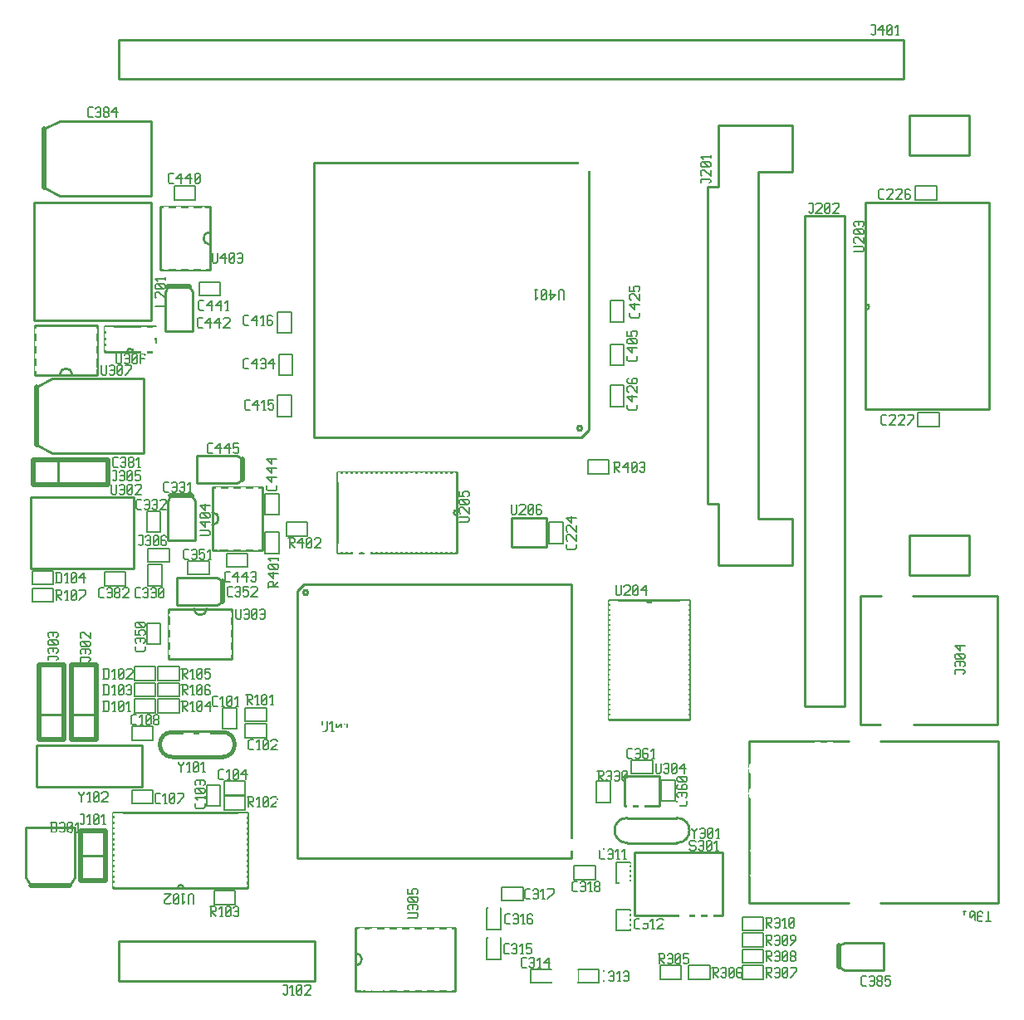
<source format=gbr>
G04 Title: (unknown), silkscreen, component side *
G04 Creator: pcb-bin 1.99p *
G04 CreationDate: Sat Nov 20 18:57:41 2004 UTC *
G04 For: clock *
G04 Format: Gerber/RS-274X *
G04 PCB-Dimensions: 394051 394051 *
G04 PCB-Coordinate-Origin: lower left *
%MOIN*%
%FSLAX24Y24*%
%IPPOS*%
%ADD11C,0.0070*%
%ADD12C,0.0270*%
%ADD13C,0.0250*%
%ADD14C,0.0450*%
%ADD15C,0.0100*%
%ADD16C,0.0300*%
%ADD17C,0.0400*%
%ADD18C,0.0600*%
%ADD19C,0.0150*%
%ADD20C,0.0350*%
%ADD21R,0.0710X0.0710*%
%ADD22R,0.1010X0.1010*%
%ADD23C,0.0200*%
%ADD24C,0.0080*%
%ADD25R,0.0240X0.0240*%
%ADD26R,0.0540X0.0540*%
%ADD27C,0.0060*%
%ADD28C,0.0110*%
%ADD29C,0.0410*%
%ADD30R,0.0110X0.0110*%
%ADD31R,0.0410X0.0410*%
%ADD32C,0.0500*%
%ADD33R,0.0200X0.0200*%
%ADD34R,0.0500X0.0500*%
%ADD35C,0.0120*%
%ADD36C,0.0420*%
%ADD37R,0.0120X0.0120*%
%ADD38R,0.0420X0.0420*%
%ADD39R,0.0600X0.0600*%
%ADD40R,0.0900X0.0900X0.0600X0.0600*%
%ADD41R,0.0900X0.0900*%
%ADD42C,0.0900X0.0600*%
%ADD43C,0.0900*%
%ADD44R,0.1230X0.1230*%
%ADD45R,0.1530X0.1530*%
%ADD46R,0.0290X0.0290*%
%ADD47C,0.0520*%
%AMTHERM1*7,0,0,0.0720,0.0520,0.0110,45*%
%ADD48THERM1*%
%ADD49C,0.0720X0.0520*%
%ADD50C,0.0720*%
%AMTHERM2*7,0,0,0.0900,0.0600,0.0150,45*%
%ADD51THERM2*%
%ADD52C,0.3000*%
%ADD53C,0.3200X0.3000*%
%ADD54C,0.3200*%
%ADD55R,0.0470X0.0470*%
%ADD56R,0.0490X0.0490*%
%ADD57R,0.0790X0.0790*%
%ADD58R,0.0150X0.0150*%
%ADD59R,0.0450X0.0450*%
%ADD60C,0.1080*%
%ADD61C,0.0230*%
%AMTHERM3*7,0,0,0.1280,0.1080,0.0230,45*%
%ADD62THERM3*%
%ADD63C,0.1280X0.1080*%
%ADD64C,0.1280*%
%ADD65C,0.0640*%
%ADD66C,0.0840X0.0640*%
%ADD67C,0.0840*%
%AMTHERM4*7,0,0,0.0840,0.0640,0.0120,45*%
%ADD68THERM4*%
%ADD69C,0.1470*%
%ADD70C,0.1670X0.1470*%
%ADD71C,0.1670*%
%ADD72C,0.0145*%
%AMTHERM5*7,0,0,0.0840,0.0640,0.0145,45*%
%ADD73THERM5*%
%ADD74C,0.1150*%
%AMTHERM6*7,0,0,0.1350,0.1150,0.0120,45*%
%ADD75THERM6*%
%ADD76C,0.1350X0.1150*%
%ADD77C,0.1350*%
%ADD78C,0.0560*%
%ADD79C,0.0720X0.0560*%
%ADD80C,0.0800X0.0560*%
%ADD81C,0.0800*%
%AMTHERM7*7,0,0,0.0800,0.0560,0.0100,45*%
%ADD82THERM7*%
%ADD83C,0.0160*%
%ADD84C,0.0460*%
%ADD85R,0.0160X0.0160*%
%ADD86R,0.0460X0.0460*%
%ADD87R,0.2000X0.2000*%
%ADD88R,0.2200X0.2200*%
%ADD89R,0.2350X0.2350*%
%ADD90R,0.1100X0.1100*%
%ADD91R,0.1300X0.1300X0.1100X0.1100*%
%ADD92R,0.1300X0.1300*%
%ADD93R,0.0950X0.0950*%
%ADD94R,0.1150X0.1150X0.0950X0.0950*%
%ADD95R,0.1150X0.1150*%
%ADD96R,0.1180X0.1180*%
%ADD97R,0.1380X0.1380*%
%ADD98R,0.0400X0.0400*%
%ADD99R,0.1000X0.1000*%
%ADD100R,0.1200X0.1200*%
%ADD101R,0.0300X0.0300*%
%ADD102R,0.0250X0.0250*%
%ADD103R,0.0170X0.0170*%
%ADD104R,0.0560X0.0560*%
%ADD105R,0.0860X0.0860*%
%ADD106R,0.1220X0.1220*%
%ADD107R,0.1520X0.1520*%
%ADD108R,0.0800X0.0800*%
%ADD109C,0.0084*%
%ADD110C,0.0092*%
%ADD111C,0.0450X0.0250*%
%ADD112C,0.0125*%
%AMTHERM8*7,0,0,0.0800,0.0600,0.0125,45*%
%ADD113THERM8*%
%ADD114C,0.0800X0.0600*%
%ADD115C,0.0075*%
%AMTHERM9*7,0,0,0.0450,0.0250,0.0075,45*%
%ADD116THERM9*%
%ADD117C,0.0360*%
%ADD118C,0.0560X0.0360*%
%AMTHERM10*7,0,0,0.0560,0.0360,0.0080,45*%
%ADD119THERM10*%
%LNGROUP_3*%
%LPD*%
G01X0Y0D02*
G54D23*X430Y4635D02*X1970D01*
G54D15*X2190Y4985D01*
Y6975D02*Y4985D01*
X210Y6975D02*X2190D01*
X210D02*Y4985D01*
X430Y4635D01*
G04 Text: D301 *
G54D24*X1250Y7175D02*Y6775D01*
X1400Y7175D02*X1450Y7125D01*
Y6825D01*
X1400Y6775D02*X1450Y6825D01*
X1200Y6775D02*X1400D01*
X1200Y7175D02*X1400D01*
X1570Y7125D02*X1620Y7175D01*
X1720D01*
X1770Y7125D01*
Y6825D01*
X1720Y6775D02*X1770Y6825D01*
X1620Y6775D02*X1720D01*
X1570Y6825D02*X1620Y6775D01*
Y6975D02*X1770D01*
X1890Y6825D02*X1940Y6775D01*
X1890Y7125D02*Y6825D01*
Y7125D02*X1940Y7175D01*
X2040D01*
X2090Y7125D01*
Y6825D01*
X2040Y6775D02*X2090Y6825D01*
X1940Y6775D02*X2040D01*
X1890Y6875D02*X2090Y7075D01*
X2260Y6775D02*X2360D01*
X2310Y7175D02*Y6775D01*
X2210Y7075D02*X2310Y7175D01*
G54D27*X480Y16725D02*X1320D01*
X480Y17265D02*Y16725D01*
Y17265D02*X1320D01*
Y16725D01*
G04 Text: D104 *
G54D24*X1450Y17195D02*Y16795D01*
X1600Y17195D02*X1650Y17145D01*
Y16845D01*
X1600Y16795D02*X1650Y16845D01*
X1400Y16795D02*X1600D01*
X1400Y17195D02*X1600D01*
X1820Y16795D02*X1920D01*
X1870Y17195D02*Y16795D01*
X1770Y17095D02*X1870Y17195D01*
X2040Y16845D02*X2090Y16795D01*
X2040Y17145D02*Y16845D01*
Y17145D02*X2090Y17195D01*
X2190D01*
X2240Y17145D01*
Y16845D01*
X2190Y16795D02*X2240Y16845D01*
X2090Y16795D02*X2190D01*
X2040Y16895D02*X2240Y17095D01*
X2360Y16995D02*X2560Y17195D01*
X2360Y16995D02*X2610D01*
X2560Y17195D02*Y16795D01*
G54D27*X480Y16575D02*X1320D01*
Y16035D01*
X480D02*X1320D01*
X480Y16575D02*Y16035D01*
G04 Text: R107 *
G54D24*X1400Y16505D02*X1600D01*
X1650Y16455D01*
Y16355D01*
X1600Y16305D02*X1650Y16355D01*
X1450Y16305D02*X1600D01*
X1450Y16505D02*Y16105D01*
Y16305D02*X1650Y16105D01*
X1820D02*X1920D01*
X1870Y16505D02*Y16105D01*
X1770Y16405D02*X1870Y16505D01*
X2040Y16155D02*X2090Y16105D01*
X2040Y16455D02*Y16155D01*
Y16455D02*X2090Y16505D01*
X2190D01*
X2240Y16455D01*
Y16155D01*
X2190Y16105D02*X2240Y16155D01*
X2090Y16105D02*X2190D01*
X2040Y16205D02*X2240Y16405D01*
X2360Y16105D02*X2610Y16355D01*
Y16505D02*Y16355D01*
X2360Y16505D02*X2610D01*
G54D27*X6370Y13425D02*X5530D01*
X6370Y12885D02*Y13425D01*
X5530Y12885D02*X6370D01*
X5530Y13425D02*Y12885D01*
G04 Text: R105 *
G54D24*X6450Y13355D02*X6650D01*
X6700Y13305D01*
Y13205D01*
X6650Y13155D02*X6700Y13205D01*
X6500Y13155D02*X6650D01*
X6500Y13355D02*Y12955D01*
Y13155D02*X6700Y12955D01*
X6870D02*X6970D01*
X6920Y13355D02*Y12955D01*
X6820Y13255D02*X6920Y13355D01*
X7090Y13005D02*X7140Y12955D01*
X7090Y13305D02*Y13005D01*
Y13305D02*X7140Y13355D01*
X7240D01*
X7290Y13305D01*
Y13005D01*
X7240Y12955D02*X7290Y13005D01*
X7140Y12955D02*X7240D01*
X7090Y13055D02*X7290Y13255D01*
X7410Y13355D02*X7610D01*
X7410D02*Y13155D01*
X7460Y13205D01*
X7560D01*
X7610Y13155D01*
Y13005D01*
X7560Y12955D02*X7610Y13005D01*
X7460Y12955D02*X7560D01*
X7410Y13005D02*X7460Y12955D01*
G54D27*X5420Y13425D02*X4580D01*
X5420Y12885D02*Y13425D01*
X4580Y12885D02*X5420D01*
X4580Y13425D02*Y12885D01*
G04 Text: D102 *
G54D24*X3350Y13355D02*Y12955D01*
X3500Y13355D02*X3550Y13305D01*
Y13005D01*
X3500Y12955D02*X3550Y13005D01*
X3300Y12955D02*X3500D01*
X3300Y13355D02*X3500D01*
X3720Y12955D02*X3820D01*
X3770Y13355D02*Y12955D01*
X3670Y13255D02*X3770Y13355D01*
X3940Y13005D02*X3990Y12955D01*
X3940Y13305D02*Y13005D01*
Y13305D02*X3990Y13355D01*
X4090D01*
X4140Y13305D01*
Y13005D01*
X4090Y12955D02*X4140Y13005D01*
X3990Y12955D02*X4090D01*
X3940Y13055D02*X4140Y13255D01*
X4260Y13305D02*X4310Y13355D01*
X4460D01*
X4510Y13305D01*
Y13205D01*
X4260Y12955D02*X4510Y13205D01*
X4260Y12955D02*X4510D01*
G54D27*X6370Y12775D02*X5530D01*
X6370Y12235D02*Y12775D01*
X5530Y12235D02*X6370D01*
X5530Y12775D02*Y12235D01*
G04 Text: R106 *
G54D24*X6450Y12705D02*X6650D01*
X6700Y12655D01*
Y12555D01*
X6650Y12505D02*X6700Y12555D01*
X6500Y12505D02*X6650D01*
X6500Y12705D02*Y12305D01*
Y12505D02*X6700Y12305D01*
X6870D02*X6970D01*
X6920Y12705D02*Y12305D01*
X6820Y12605D02*X6920Y12705D01*
X7090Y12355D02*X7140Y12305D01*
X7090Y12655D02*Y12355D01*
Y12655D02*X7140Y12705D01*
X7240D01*
X7290Y12655D01*
Y12355D01*
X7240Y12305D02*X7290Y12355D01*
X7140Y12305D02*X7240D01*
X7090Y12405D02*X7290Y12605D01*
X7560Y12705D02*X7610Y12655D01*
X7460Y12705D02*X7560D01*
X7410Y12655D02*X7460Y12705D01*
X7410Y12655D02*Y12355D01*
X7460Y12305D01*
X7560Y12505D02*X7610Y12455D01*
X7410Y12505D02*X7560D01*
X7460Y12305D02*X7560D01*
X7610Y12355D01*
Y12455D02*Y12355D01*
G54D27*X5420Y12775D02*X4580D01*
X5420Y12235D02*Y12775D01*
X4580Y12235D02*X5420D01*
X4580Y12775D02*Y12235D01*
G04 Text: D103 *
G54D24*X3350Y12705D02*Y12305D01*
X3500Y12705D02*X3550Y12655D01*
Y12355D01*
X3500Y12305D02*X3550Y12355D01*
X3300Y12305D02*X3500D01*
X3300Y12705D02*X3500D01*
X3720Y12305D02*X3820D01*
X3770Y12705D02*Y12305D01*
X3670Y12605D02*X3770Y12705D01*
X3940Y12355D02*X3990Y12305D01*
X3940Y12655D02*Y12355D01*
Y12655D02*X3990Y12705D01*
X4090D01*
X4140Y12655D01*
Y12355D01*
X4090Y12305D02*X4140Y12355D01*
X3990Y12305D02*X4090D01*
X3940Y12405D02*X4140Y12605D01*
X4260Y12655D02*X4310Y12705D01*
X4410D01*
X4460Y12655D01*
Y12355D01*
X4410Y12305D02*X4460Y12355D01*
X4310Y12305D02*X4410D01*
X4260Y12355D02*X4310Y12305D01*
Y12505D02*X4460D01*
G54D27*X25680Y1425D02*Y885D01*
X26520D01*
Y1425D02*Y885D01*
X25680Y1425D02*X26520D01*
G04 Text: R305 *
G54D24*X25600Y1905D02*X25800D01*
X25850Y1855D01*
Y1755D01*
X25800Y1705D02*X25850Y1755D01*
X25650Y1705D02*X25800D01*
X25650Y1905D02*Y1505D01*
Y1705D02*X25850Y1505D01*
X25970Y1855D02*X26020Y1905D01*
X26120D01*
X26170Y1855D01*
Y1555D01*
X26120Y1505D02*X26170Y1555D01*
X26020Y1505D02*X26120D01*
X25970Y1555D02*X26020Y1505D01*
Y1705D02*X26170D01*
X26290Y1555D02*X26340Y1505D01*
X26290Y1855D02*Y1555D01*
Y1855D02*X26340Y1905D01*
X26440D01*
X26490Y1855D01*
Y1555D01*
X26440Y1505D02*X26490Y1555D01*
X26340Y1505D02*X26440D01*
X26290Y1605D02*X26490Y1805D01*
X26610Y1905D02*X26810D01*
X26610D02*Y1705D01*
X26660Y1755D01*
X26760D01*
X26810Y1705D01*
Y1555D01*
X26760Y1505D02*X26810Y1555D01*
X26660Y1505D02*X26760D01*
X26610Y1555D02*X26660Y1505D01*
G54D27*X10380Y25135D02*X10920D01*
Y25975D02*Y25135D01*
X10380Y25975D02*X10920D01*
X10380D02*Y25135D01*
G04 Text: C434 *
G54D24*X9000Y25405D02*X9150D01*
X8950Y25455D02*X9000Y25405D01*
X8950Y25755D02*Y25455D01*
Y25755D02*X9000Y25805D01*
X9150D01*
X9270Y25605D02*X9470Y25805D01*
X9270Y25605D02*X9520D01*
X9470Y25805D02*Y25405D01*
X9640Y25755D02*X9690Y25805D01*
X9790D01*
X9840Y25755D01*
Y25455D01*
X9790Y25405D02*X9840Y25455D01*
X9690Y25405D02*X9790D01*
X9640Y25455D02*X9690Y25405D01*
Y25605D02*X9840D01*
X9960D02*X10160Y25805D01*
X9960Y25605D02*X10210D01*
X10160Y25805D02*Y25405D01*
G54D15*X22800Y22935D02*X22520Y22655D01*
X22800Y33675D02*Y22935D01*
X11780Y33675D02*X22800D01*
X11780D02*Y22655D01*
X22520D01*
X22550Y23005D02*G75*G03X22550Y23005I-100J0D01*G01*
G04 Text: U401 *
G54D24*X21800Y28515D02*Y28165D01*
Y28515D02*X21750Y28565D01*
X21650D02*X21750D01*
X21650D02*X21600Y28515D01*
Y28165D01*
X21479Y28365D02*X21279Y28165D01*
X21229Y28365D02*X21479D01*
X21279Y28565D02*Y28165D01*
X21109Y28515D02*X21059Y28565D01*
X21109Y28515D02*Y28215D01*
X21059Y28165D01*
X20959D02*X21059D01*
X20959D02*X20909Y28215D01*
Y28515D02*Y28215D01*
X20959Y28565D02*X20909Y28515D01*
X20959Y28565D02*X21059D01*
X21109Y28465D02*X20909Y28265D01*
X20639Y28565D02*X20739D01*
X20689D02*Y28165D01*
X20789Y28265D02*X20689Y28165D01*
G54D15*X13450Y1925D02*Y415D01*
Y2935D02*Y1425D01*
Y2935D02*X17450D01*
Y415D01*
X13450D02*X17450D01*
X13450Y1425D02*G75*G03X13450Y1925I0J250D01*G01*
G04 Text: U305 *
G54D24*X15550Y3345D02*X15900D01*
X15950Y3395D01*
Y3495D02*Y3395D01*
Y3495D02*X15900Y3545D01*
X15550D02*X15900D01*
X15600Y3665D02*X15550Y3715D01*
Y3815D02*Y3715D01*
Y3815D02*X15600Y3865D01*
X15900D01*
X15950Y3815D02*X15900Y3865D01*
X15950Y3815D02*Y3715D01*
X15900Y3665D02*X15950Y3715D01*
X15750Y3865D02*Y3715D01*
X15900Y3985D02*X15950Y4035D01*
X15600Y3985D02*X15900D01*
X15600D02*X15550Y4035D01*
Y4135D02*Y4035D01*
Y4135D02*X15600Y4185D01*
X15900D01*
X15950Y4135D02*X15900Y4185D01*
X15950Y4135D02*Y4035D01*
X15850Y3985D02*X15650Y4185D01*
X15550Y4505D02*Y4305D01*
X15750D01*
X15700Y4355D01*
Y4455D02*Y4355D01*
Y4455D02*X15750Y4505D01*
X15900D01*
X15950Y4455D02*X15900Y4505D01*
X15950Y4455D02*Y4355D01*
X15900Y4305D02*X15950Y4355D01*
G54D27*X7570Y17675D02*Y17135D01*
X6730Y17675D02*X7570D01*
X6730D02*Y17135D01*
X7570D01*
G04 Text: C351 *
G54D24*X6600Y17755D02*X6750D01*
X6550Y17805D02*X6600Y17755D01*
X6550Y18105D02*Y17805D01*
Y18105D02*X6600Y18155D01*
X6750D01*
X6870Y18105D02*X6920Y18155D01*
X7020D01*
X7070Y18105D01*
Y17805D01*
X7020Y17755D02*X7070Y17805D01*
X6920Y17755D02*X7020D01*
X6870Y17805D02*X6920Y17755D01*
Y17955D02*X7070D01*
X7190Y18155D02*X7390D01*
X7190D02*Y17955D01*
X7240Y18005D01*
X7340D01*
X7390Y17955D01*
Y17805D01*
X7340Y17755D02*X7390Y17805D01*
X7240Y17755D02*X7340D01*
X7190Y17805D02*X7240Y17755D01*
X7560D02*X7660D01*
X7610Y18155D02*Y17755D01*
X7510Y18055D02*X7610Y18155D01*
G54D15*X9120Y7585D02*Y4555D01*
X3730Y7585D02*X9120D01*
X3730D02*Y4555D01*
X6530D01*
X6330D02*X9120D01*
X6530D02*G75*G03X6330Y4555I-100J0D01*G01*
G04 Text: U102 *
G54D24*X6950Y4255D02*Y3905D01*
Y4255D02*X6900Y4305D01*
X6800D02*X6900D01*
X6800D02*X6750Y4255D01*
Y3905D01*
X6479Y4305D02*X6579D01*
X6529D02*Y3905D01*
X6629Y4005D02*X6529Y3905D01*
X6359Y4255D02*X6309Y4305D01*
X6359Y4255D02*Y3955D01*
X6309Y3905D01*
X6209D02*X6309D01*
X6209D02*X6159Y3955D01*
Y4255D02*Y3955D01*
X6209Y4305D02*X6159Y4255D01*
X6209Y4305D02*X6309D01*
X6359Y4205D02*X6159Y4005D01*
X6039Y3955D02*X5989Y3905D01*
X5839D02*X5989D01*
X5839D02*X5789Y3955D01*
Y4055D02*Y3955D01*
X6039Y4305D02*X5789Y4055D01*
Y4305D02*X6039D01*
G54D27*X9020Y8225D02*Y7685D01*
X8180Y8225D02*X9020D01*
X8180D02*Y7685D01*
X9020D01*
G04 Text: R102 *
G54D24*X9100Y8205D02*X9300D01*
X9350Y8155D01*
Y8055D01*
X9300Y8005D02*X9350Y8055D01*
X9150Y8005D02*X9300D01*
X9150Y8205D02*Y7805D01*
Y8005D02*X9350Y7805D01*
X9520D02*X9620D01*
X9570Y8205D02*Y7805D01*
X9470Y8105D02*X9570Y8205D01*
X9740Y7855D02*X9790Y7805D01*
X9740Y8155D02*Y7855D01*
Y8155D02*X9790Y8205D01*
X9890D01*
X9940Y8155D01*
Y7855D01*
X9890Y7805D02*X9940Y7855D01*
X9790Y7805D02*X9890D01*
X9740Y7905D02*X9940Y8105D01*
X10060Y8155D02*X10110Y8205D01*
X10260D01*
X10310Y8155D01*
Y8055D01*
X10060Y7805D02*X10310Y8055D01*
X10060Y7805D02*X10310D01*
G54D27*X7480Y7835D02*X8020D01*
Y8675D02*Y7835D01*
X7480Y8675D02*X8020D01*
X7480D02*Y7835D01*
G04 Text: C103 *
G54D24*X7400Y7955D02*Y7805D01*
X7350Y7755D02*X7400Y7805D01*
X7050Y7755D02*X7350D01*
X7050D02*X7000Y7805D01*
Y7955D02*Y7805D01*
X7400Y8225D02*Y8125D01*
X7000Y8175D02*X7400D01*
X7100Y8075D02*X7000Y8175D01*
X7350Y8345D02*X7400Y8395D01*
X7050Y8345D02*X7350D01*
X7050D02*X7000Y8395D01*
Y8495D02*Y8395D01*
Y8495D02*X7050Y8545D01*
X7350D01*
X7400Y8495D02*X7350Y8545D01*
X7400Y8495D02*Y8395D01*
X7300Y8345D02*X7100Y8545D01*
X7050Y8665D02*X7000Y8715D01*
Y8815D02*Y8715D01*
Y8815D02*X7050Y8865D01*
X7350D01*
X7400Y8815D02*X7350Y8865D01*
X7400Y8815D02*Y8715D01*
X7350Y8665D02*X7400Y8715D01*
X7200Y8865D02*Y8715D01*
G54D19*X6100Y9805D02*X8100D01*
X6100Y10805D02*X8100D01*
Y9805D02*G75*G03X8100Y10805I0J500D01*G01*
X6100D02*G75*G03X6100Y9805I0J-500D01*G01*
G04 Text: Y101 *
G54D24*X6350Y9605D02*Y9555D01*
X6450Y9455D01*
X6550Y9555D01*
Y9605D02*Y9555D01*
X6450Y9455D02*Y9205D01*
X6720D02*X6820D01*
X6770Y9605D02*Y9205D01*
X6670Y9505D02*X6770Y9605D01*
X6940Y9255D02*X6990Y9205D01*
X6940Y9555D02*Y9255D01*
Y9555D02*X6990Y9605D01*
X7090D01*
X7140Y9555D01*
Y9255D01*
X7090Y9205D02*X7140Y9255D01*
X6990Y9205D02*X7090D01*
X6940Y9305D02*X7140Y9505D01*
X7310Y9205D02*X7410D01*
X7360Y9605D02*Y9205D01*
X7260Y9505D02*X7360Y9605D01*
G54D27*X8620Y4425D02*Y3885D01*
X7780Y4425D02*X8620D01*
X7780D02*Y3885D01*
X8620D01*
G04 Text: R103 *
G54D24*X7600Y3805D02*X7800D01*
X7850Y3755D01*
Y3655D01*
X7800Y3605D02*X7850Y3655D01*
X7650Y3605D02*X7800D01*
X7650Y3805D02*Y3405D01*
Y3605D02*X7850Y3405D01*
X8020D02*X8120D01*
X8070Y3805D02*Y3405D01*
X7970Y3705D02*X8070Y3805D01*
X8240Y3455D02*X8290Y3405D01*
X8240Y3755D02*Y3455D01*
Y3755D02*X8290Y3805D01*
X8390D01*
X8440Y3755D01*
Y3455D01*
X8390Y3405D02*X8440Y3455D01*
X8290Y3405D02*X8390D01*
X8240Y3505D02*X8440Y3705D01*
X8560Y3755D02*X8610Y3805D01*
X8710D01*
X8760Y3755D01*
Y3455D01*
X8710Y3405D02*X8760Y3455D01*
X8610Y3405D02*X8710D01*
X8560Y3455D02*X8610Y3405D01*
Y3605D02*X8760D01*
G54D27*X3380Y17225D02*Y16685D01*
X4220D01*
Y17225D02*Y16685D01*
X3380Y17225D02*X4220D01*
G04 Text: C382 *
G54D24*X3200Y16205D02*X3350D01*
X3150Y16255D02*X3200Y16205D01*
X3150Y16555D02*Y16255D01*
Y16555D02*X3200Y16605D01*
X3350D01*
X3470Y16555D02*X3520Y16605D01*
X3620D01*
X3670Y16555D01*
Y16255D01*
X3620Y16205D02*X3670Y16255D01*
X3520Y16205D02*X3620D01*
X3470Y16255D02*X3520Y16205D01*
Y16405D02*X3670D01*
X3790Y16255D02*X3840Y16205D01*
X3790Y16355D02*Y16255D01*
Y16355D02*X3840Y16405D01*
X3940D01*
X3990Y16355D01*
Y16255D01*
X3940Y16205D02*X3990Y16255D01*
X3840Y16205D02*X3940D01*
X3790Y16455D02*X3840Y16405D01*
X3790Y16555D02*Y16455D01*
Y16555D02*X3840Y16605D01*
X3940D01*
X3990Y16555D01*
Y16455D01*
X3940Y16405D02*X3990Y16455D01*
X4110Y16555D02*X4160Y16605D01*
X4310D01*
X4360Y16555D01*
Y16455D01*
X4110Y16205D02*X4360Y16455D01*
X4110Y16205D02*X4360D01*
G54D27*X4480Y11025D02*Y10485D01*
X5320D01*
Y11025D02*Y10485D01*
X4480Y11025D02*X5320D01*
G04 Text: C108 *
G54D24*X4500Y11105D02*X4650D01*
X4450Y11155D02*X4500Y11105D01*
X4450Y11455D02*Y11155D01*
Y11455D02*X4500Y11505D01*
X4650D01*
X4820Y11105D02*X4920D01*
X4870Y11505D02*Y11105D01*
X4770Y11405D02*X4870Y11505D01*
X5040Y11155D02*X5090Y11105D01*
X5040Y11455D02*Y11155D01*
Y11455D02*X5090Y11505D01*
X5190D01*
X5240Y11455D01*
Y11155D01*
X5190Y11105D02*X5240Y11155D01*
X5090Y11105D02*X5190D01*
X5040Y11205D02*X5240Y11405D01*
X5360Y11155D02*X5410Y11105D01*
X5360Y11255D02*Y11155D01*
Y11255D02*X5410Y11305D01*
X5510D01*
X5560Y11255D01*
Y11155D01*
X5510Y11105D02*X5560Y11155D01*
X5410Y11105D02*X5510D01*
X5360Y11355D02*X5410Y11305D01*
X5360Y11455D02*Y11355D01*
Y11455D02*X5410Y11505D01*
X5510D01*
X5560Y11455D01*
Y11355D01*
X5510Y11305D02*X5560Y11355D01*
G54D23*X960Y35023D02*Y32683D01*
G54D15*X1570Y32353D01*
X5240D01*
Y35353D02*Y32353D01*
X1570Y35353D02*X5240D01*
X1570D02*X960Y35023D01*
G04 Text: C384 *
G54D24*X2750Y35505D02*X2900D01*
X2700Y35555D02*X2750Y35505D01*
X2700Y35855D02*Y35555D01*
Y35855D02*X2750Y35905D01*
X2900D01*
X3020Y35855D02*X3070Y35905D01*
X3170D01*
X3220Y35855D01*
Y35555D01*
X3170Y35505D02*X3220Y35555D01*
X3070Y35505D02*X3170D01*
X3020Y35555D02*X3070Y35505D01*
Y35705D02*X3220D01*
X3340Y35555D02*X3390Y35505D01*
X3340Y35655D02*Y35555D01*
Y35655D02*X3390Y35705D01*
X3490D01*
X3540Y35655D01*
Y35555D01*
X3490Y35505D02*X3540Y35555D01*
X3390Y35505D02*X3490D01*
X3340Y35755D02*X3390Y35705D01*
X3340Y35855D02*Y35755D01*
Y35855D02*X3390Y35905D01*
X3490D01*
X3540Y35855D01*
Y35755D01*
X3490Y35705D02*X3540Y35755D01*
X3660Y35705D02*X3860Y35905D01*
X3660Y35705D02*X3910D01*
X3860Y35905D02*Y35505D01*
G54D27*X9020Y8825D02*Y8285D01*
X8180Y8825D02*X9020D01*
X8180D02*Y8285D01*
X9020D01*
G04 Text: C104 *
G54D24*X8000Y8905D02*X8150D01*
X7950Y8955D02*X8000Y8905D01*
X7950Y9255D02*Y8955D01*
Y9255D02*X8000Y9305D01*
X8150D01*
X8320Y8905D02*X8420D01*
X8370Y9305D02*Y8905D01*
X8270Y9205D02*X8370Y9305D01*
X8540Y8955D02*X8590Y8905D01*
X8540Y9255D02*Y8955D01*
Y9255D02*X8590Y9305D01*
X8690D01*
X8740Y9255D01*
Y8955D01*
X8690Y8905D02*X8740Y8955D01*
X8590Y8905D02*X8690D01*
X8540Y9005D02*X8740Y9205D01*
X8860Y9105D02*X9060Y9305D01*
X8860Y9105D02*X9110D01*
X9060Y9305D02*Y8905D01*
G54D27*X8130Y11775D02*X8670D01*
X8130D02*Y10935D01*
X8670D01*
Y11775D02*Y10935D01*
G04 Text: C101 *
G54D24*X7750Y11855D02*X7900D01*
X7700Y11905D02*X7750Y11855D01*
X7700Y12205D02*Y11905D01*
Y12205D02*X7750Y12255D01*
X7900D01*
X8070Y11855D02*X8170D01*
X8120Y12255D02*Y11855D01*
X8020Y12155D02*X8120Y12255D01*
X8290Y11905D02*X8340Y11855D01*
X8290Y12205D02*Y11905D01*
Y12205D02*X8340Y12255D01*
X8440D01*
X8490Y12205D01*
Y11905D01*
X8440Y11855D02*X8490Y11905D01*
X8340Y11855D02*X8440D01*
X8290Y11955D02*X8490Y12155D01*
X8660Y11855D02*X8760D01*
X8710Y12255D02*Y11855D01*
X8610Y12155D02*X8710Y12255D01*
G54D27*X9870Y11775D02*Y11235D01*
X9030Y11775D02*X9870D01*
X9030D02*Y11235D01*
X9870D01*
G04 Text: R101 *
G54D24*X9050Y12305D02*X9250D01*
X9300Y12255D01*
Y12155D01*
X9250Y12105D02*X9300Y12155D01*
X9100Y12105D02*X9250D01*
X9100Y12305D02*Y11905D01*
Y12105D02*X9300Y11905D01*
X9470D02*X9570D01*
X9520Y12305D02*Y11905D01*
X9420Y12205D02*X9520Y12305D01*
X9690Y11955D02*X9740Y11905D01*
X9690Y12255D02*Y11955D01*
Y12255D02*X9740Y12305D01*
X9840D01*
X9890Y12255D01*
Y11955D01*
X9840Y11905D02*X9890Y11955D01*
X9740Y11905D02*X9840D01*
X9690Y12005D02*X9890Y12205D01*
X10060Y11905D02*X10160D01*
X10110Y12305D02*Y11905D01*
X10010Y12205D02*X10110Y12305D01*
G54D27*X9870Y11125D02*Y10585D01*
X9030Y11125D02*X9870D01*
X9030D02*Y10585D01*
X9870D01*
G04 Text: C102 *
G54D24*X9200Y10105D02*X9350D01*
X9150Y10155D02*X9200Y10105D01*
X9150Y10455D02*Y10155D01*
Y10455D02*X9200Y10505D01*
X9350D01*
X9520Y10105D02*X9620D01*
X9570Y10505D02*Y10105D01*
X9470Y10405D02*X9570Y10505D01*
X9740Y10155D02*X9790Y10105D01*
X9740Y10455D02*Y10155D01*
Y10455D02*X9790Y10505D01*
X9890D01*
X9940Y10455D01*
Y10155D01*
X9890Y10105D02*X9940Y10155D01*
X9790Y10105D02*X9890D01*
X9740Y10205D02*X9940Y10405D01*
X10060Y10455D02*X10110Y10505D01*
X10260D01*
X10310Y10455D01*
Y10355D01*
X10060Y10105D02*X10310Y10355D01*
X10060Y10105D02*X10310D01*
G54D27*X19330Y4575D02*Y4035D01*
X20170D01*
Y4575D01*
X19330D01*
G04 Text: C317 *
G54D24*X20300Y4105D02*X20450D01*
X20250Y4155D02*X20300Y4105D01*
X20250Y4455D02*Y4155D01*
Y4455D02*X20300Y4505D01*
X20450D01*
X20570Y4455D02*X20620Y4505D01*
X20720D01*
X20770Y4455D01*
Y4155D01*
X20720Y4105D02*X20770Y4155D01*
X20620Y4105D02*X20720D01*
X20570Y4155D02*X20620Y4105D01*
Y4305D02*X20770D01*
X20940Y4105D02*X21040D01*
X20990Y4505D02*Y4105D01*
X20890Y4405D02*X20990Y4505D01*
X21160Y4105D02*X21410Y4355D01*
Y4505D02*Y4355D01*
X21160Y4505D02*X21410D01*
G54D27*X36870Y23625D02*Y23085D01*
X36030Y23625D02*X36870D01*
X36030D02*Y23085D01*
X36870D01*
G04 Text: C227 *
G54D24*X34600Y23155D02*X34750D01*
X34550Y23205D02*X34600Y23155D01*
X34550Y23505D02*Y23205D01*
Y23505D02*X34600Y23555D01*
X34750D01*
X34870Y23505D02*X34920Y23555D01*
X35070D01*
X35120Y23505D01*
Y23405D01*
X34870Y23155D02*X35120Y23405D01*
X34870Y23155D02*X35120D01*
X35240Y23505D02*X35290Y23555D01*
X35440D01*
X35490Y23505D01*
Y23405D01*
X35240Y23155D02*X35490Y23405D01*
X35240Y23155D02*X35490D01*
X35610D02*X35860Y23405D01*
Y23555D02*Y23405D01*
X35610Y23555D02*X35860D01*
G54D27*X5080Y15175D02*X5620D01*
X5080D02*Y14335D01*
X5620D01*
Y15175D02*Y14335D01*
G04 Text: C350 *
G54D24*X5000Y14255D02*Y14105D01*
X4950Y14055D02*X5000Y14105D01*
X4650Y14055D02*X4950D01*
X4650D02*X4600Y14105D01*
Y14255D02*Y14105D01*
X4650Y14375D02*X4600Y14425D01*
Y14525D02*Y14425D01*
Y14525D02*X4650Y14575D01*
X4950D01*
X5000Y14525D02*X4950Y14575D01*
X5000Y14525D02*Y14425D01*
X4950Y14375D02*X5000Y14425D01*
X4800Y14575D02*Y14425D01*
X4600Y14895D02*Y14695D01*
X4800D01*
X4750Y14745D01*
Y14845D02*Y14745D01*
Y14845D02*X4800Y14895D01*
X4950D01*
X5000Y14845D02*X4950Y14895D01*
X5000Y14845D02*Y14745D01*
X4950Y14695D02*X5000Y14745D01*
X4950Y15015D02*X5000Y15065D01*
X4650Y15015D02*X4950D01*
X4650D02*X4600Y15065D01*
Y15165D02*Y15065D01*
Y15165D02*X4650Y15215D01*
X4950D01*
X5000Y15165D02*X4950Y15215D01*
X5000Y15165D02*Y15065D01*
X4900Y15015D02*X4700Y15215D01*
G54D15*X33070Y31531D02*X31496D01*
Y11846D01*
X33070D01*
Y31531D01*
G04 Text: J202 *
G54D24*X31650Y32055D02*X31800D01*
Y31705D01*
X31750Y31655D02*X31800Y31705D01*
X31700Y31655D02*X31750D01*
X31650Y31705D02*X31700Y31655D01*
X31920Y32005D02*X31970Y32055D01*
X32120D01*
X32170Y32005D01*
Y31905D01*
X31920Y31655D02*X32170Y31905D01*
X31920Y31655D02*X32170D01*
X32290Y31705D02*X32340Y31655D01*
X32290Y32005D02*Y31705D01*
Y32005D02*X32340Y32055D01*
X32440D01*
X32490Y32005D01*
Y31705D01*
X32440Y31655D02*X32490Y31705D01*
X32340Y31655D02*X32440D01*
X32290Y31755D02*X32490Y31955D01*
X32610Y32005D02*X32660Y32055D01*
X32810D01*
X32860Y32005D01*
Y31905D01*
X32610Y31655D02*X32860Y31905D01*
X32610Y31655D02*X32860D01*
G54D15*X3400Y5855D02*Y6855D01*
X2400Y5855D02*X3400D01*
G54D23*Y6855D02*X2400D01*
X3400Y4855D02*Y6855D01*
X2400Y4855D02*X3400D01*
X2400Y6855D02*Y4855D01*
G04 Text: J101 *
G54D24*Y7505D02*X2550D01*
Y7155D01*
X2500Y7105D02*X2550Y7155D01*
X2450Y7105D02*X2500D01*
X2400Y7155D02*X2450Y7105D01*
X2720D02*X2820D01*
X2770Y7505D02*Y7105D01*
X2670Y7405D02*X2770Y7505D01*
X2940Y7155D02*X2990Y7105D01*
X2940Y7455D02*Y7155D01*
Y7455D02*X2990Y7505D01*
X3090D01*
X3140Y7455D01*
Y7155D01*
X3090Y7105D02*X3140Y7155D01*
X2990Y7105D02*X3090D01*
X2940Y7205D02*X3140Y7405D01*
X3310Y7105D02*X3410D01*
X3360Y7505D02*Y7105D01*
X3260Y7405D02*X3360Y7505D01*
G54D15*X11811Y2397D02*Y822D01*
X3937Y2397D02*X11811D01*
X3937D02*Y822D01*
X11811D01*
G04 Text: J102 *
G54D24*X10550Y655D02*X10700D01*
Y305D01*
X10650Y255D02*X10700Y305D01*
X10600Y255D02*X10650D01*
X10550Y305D02*X10600Y255D01*
X10870D02*X10970D01*
X10920Y655D02*Y255D01*
X10820Y555D02*X10920Y655D01*
X11090Y305D02*X11140Y255D01*
X11090Y605D02*Y305D01*
Y605D02*X11140Y655D01*
X11240D01*
X11290Y605D01*
Y305D01*
X11240Y255D02*X11290Y305D01*
X11140Y255D02*X11240D01*
X11090Y355D02*X11290Y555D01*
X11410Y605D02*X11460Y655D01*
X11610D01*
X11660Y605D01*
Y505D01*
X11410Y255D02*X11660Y505D01*
X11410Y255D02*X11660D01*
G54D23*X1750Y13505D02*Y10505D01*
X750Y13505D02*X1750D01*
X750D02*Y10505D01*
X1750D01*
G54D15*X750Y11505D02*X1750D01*
X750D02*Y10505D01*
G04 Text: J303 *
G54D24*X1100Y13855D02*Y13705D01*
Y13855D02*X1450D01*
X1500Y13805D02*X1450Y13855D01*
X1500Y13805D02*Y13755D01*
X1450Y13705D02*X1500Y13755D01*
X1150Y13975D02*X1100Y14025D01*
Y14125D02*Y14025D01*
Y14125D02*X1150Y14175D01*
X1450D01*
X1500Y14125D02*X1450Y14175D01*
X1500Y14125D02*Y14025D01*
X1450Y13975D02*X1500Y14025D01*
X1300Y14175D02*Y14025D01*
X1450Y14295D02*X1500Y14345D01*
X1150Y14295D02*X1450D01*
X1150D02*X1100Y14345D01*
Y14445D02*Y14345D01*
Y14445D02*X1150Y14495D01*
X1450D01*
X1500Y14445D02*X1450Y14495D01*
X1500Y14445D02*Y14345D01*
X1400Y14295D02*X1200Y14495D01*
X1150Y14615D02*X1100Y14665D01*
Y14765D02*Y14665D01*
Y14765D02*X1150Y14815D01*
X1450D01*
X1500Y14765D02*X1450Y14815D01*
X1500Y14765D02*Y14665D01*
X1450Y14615D02*X1500Y14665D01*
X1300Y14815D02*Y14665D01*
G54D27*X23680Y24725D02*X24220D01*
X23680D02*Y23885D01*
X24220D01*
Y24725D02*Y23885D01*
G04 Text: C426 *
G54D24*X24750Y23955D02*Y23805D01*
X24700Y23755D02*X24750Y23805D01*
X24400Y23755D02*X24700D01*
X24400D02*X24350Y23805D01*
Y23955D02*Y23805D01*
X24550Y24075D02*X24350Y24275D01*
X24550Y24325D02*Y24075D01*
X24350Y24275D02*X24750D01*
X24400Y24445D02*X24350Y24495D01*
Y24645D02*Y24495D01*
Y24645D02*X24400Y24695D01*
X24500D01*
X24750Y24445D02*X24500Y24695D01*
X24750D02*Y24445D01*
X24350Y24965D02*X24400Y25015D01*
X24350Y24965D02*Y24865D01*
X24400Y24815D02*X24350Y24865D01*
X24400Y24815D02*X24700D01*
X24750Y24865D01*
X24550Y24965D02*X24600Y25015D01*
X24550Y24965D02*Y24815D01*
X24750Y24965D02*Y24865D01*
Y24965D02*X24700Y25015D01*
X24600D02*X24700D01*
G54D27*X23680Y28125D02*X24220D01*
X23680D02*Y27285D01*
X24220D01*
Y28125D02*Y27285D01*
G04 Text: C425 *
G54D24*X24850Y27655D02*Y27505D01*
X24800Y27455D02*X24850Y27505D01*
X24500Y27455D02*X24800D01*
X24500D02*X24450Y27505D01*
Y27655D02*Y27505D01*
X24650Y27775D02*X24450Y27975D01*
X24650Y28025D02*Y27775D01*
X24450Y27975D02*X24850D01*
X24500Y28145D02*X24450Y28195D01*
Y28345D02*Y28195D01*
Y28345D02*X24500Y28395D01*
X24600D01*
X24850Y28145D02*X24600Y28395D01*
X24850D02*Y28145D01*
X24450Y28715D02*Y28515D01*
X24650D01*
X24600Y28565D01*
Y28665D02*Y28565D01*
Y28665D02*X24650Y28715D01*
X24800D01*
X24850Y28665D02*X24800Y28715D01*
X24850Y28665D02*Y28565D01*
X24800Y28515D02*X24850Y28565D01*
G54D27*X18730Y3725D02*X19270D01*
X18730D02*Y2885D01*
X19270D01*
Y3725D02*Y2885D01*
G04 Text: C316 *
G54D24*X19500Y3105D02*X19650D01*
X19450Y3155D02*X19500Y3105D01*
X19450Y3455D02*Y3155D01*
Y3455D02*X19500Y3505D01*
X19650D01*
X19770Y3455D02*X19820Y3505D01*
X19920D01*
X19970Y3455D01*
Y3155D01*
X19920Y3105D02*X19970Y3155D01*
X19820Y3105D02*X19920D01*
X19770Y3155D02*X19820Y3105D01*
Y3305D02*X19970D01*
X20140Y3105D02*X20240D01*
X20190Y3505D02*Y3105D01*
X20090Y3405D02*X20190Y3505D01*
X20510D02*X20560Y3455D01*
X20410Y3505D02*X20510D01*
X20360Y3455D02*X20410Y3505D01*
X20360Y3455D02*Y3155D01*
X20410Y3105D01*
X20510Y3305D02*X20560Y3255D01*
X20360Y3305D02*X20510D01*
X20410Y3105D02*X20510D01*
X20560Y3155D01*
Y3255D02*Y3155D01*
G54D23*X660Y24675D02*Y22335D01*
G54D15*X1270Y22005D01*
X4940D01*
Y25005D02*Y22005D01*
X1270Y25005D02*X4940D01*
X1270D02*X660Y24675D01*
G04 Text: C381 *
G54D24*X3750Y21455D02*X3900D01*
X3700Y21505D02*X3750Y21455D01*
X3700Y21805D02*Y21505D01*
Y21805D02*X3750Y21855D01*
X3900D01*
X4020Y21805D02*X4070Y21855D01*
X4170D01*
X4220Y21805D01*
Y21505D01*
X4170Y21455D02*X4220Y21505D01*
X4070Y21455D02*X4170D01*
X4020Y21505D02*X4070Y21455D01*
Y21655D02*X4220D01*
X4340Y21505D02*X4390Y21455D01*
X4340Y21605D02*Y21505D01*
Y21605D02*X4390Y21655D01*
X4490D01*
X4540Y21605D01*
Y21505D01*
X4490Y21455D02*X4540Y21505D01*
X4390Y21455D02*X4490D01*
X4340Y21705D02*X4390Y21655D01*
X4340Y21805D02*Y21705D01*
Y21805D02*X4390Y21855D01*
X4490D01*
X4540Y21805D01*
Y21705D01*
X4490Y21655D02*X4540Y21705D01*
X4710Y21455D02*X4810D01*
X4760Y21855D02*Y21455D01*
X4660Y21755D02*X4760Y21855D01*
G54D27*X22230Y5425D02*Y4885D01*
X23070D01*
Y5425D01*
X22230D01*
G04 Text: C318 *
G54D24*X22200Y4405D02*X22350D01*
X22150Y4455D02*X22200Y4405D01*
X22150Y4755D02*Y4455D01*
Y4755D02*X22200Y4805D01*
X22350D01*
X22470Y4755D02*X22520Y4805D01*
X22620D01*
X22670Y4755D01*
Y4455D01*
X22620Y4405D02*X22670Y4455D01*
X22520Y4405D02*X22620D01*
X22470Y4455D02*X22520Y4405D01*
Y4605D02*X22670D01*
X22840Y4405D02*X22940D01*
X22890Y4805D02*Y4405D01*
X22790Y4705D02*X22890Y4805D01*
X23060Y4455D02*X23110Y4405D01*
X23060Y4555D02*Y4455D01*
Y4555D02*X23110Y4605D01*
X23210D01*
X23260Y4555D01*
Y4455D01*
X23210Y4405D02*X23260Y4455D01*
X23110Y4405D02*X23210D01*
X23060Y4655D02*X23110Y4605D01*
X23060Y4755D02*Y4655D01*
Y4755D02*X23110Y4805D01*
X23210D01*
X23260Y4755D01*
Y4655D01*
X23210Y4605D02*X23260Y4655D01*
G54D27*X29820Y2075D02*Y1535D01*
X28980Y2075D02*X29820D01*
X28980D02*Y1535D01*
X29820D01*
G04 Text: R308 *
G54D24*X29900Y2005D02*X30100D01*
X30150Y1955D01*
Y1855D01*
X30100Y1805D02*X30150Y1855D01*
X29950Y1805D02*X30100D01*
X29950Y2005D02*Y1605D01*
Y1805D02*X30150Y1605D01*
X30270Y1955D02*X30320Y2005D01*
X30420D01*
X30470Y1955D01*
Y1655D01*
X30420Y1605D02*X30470Y1655D01*
X30320Y1605D02*X30420D01*
X30270Y1655D02*X30320Y1605D01*
Y1805D02*X30470D01*
X30590Y1655D02*X30640Y1605D01*
X30590Y1955D02*Y1655D01*
Y1955D02*X30640Y2005D01*
X30740D01*
X30790Y1955D01*
Y1655D01*
X30740Y1605D02*X30790Y1655D01*
X30640Y1605D02*X30740D01*
X30590Y1705D02*X30790Y1905D01*
X30910Y1655D02*X30960Y1605D01*
X30910Y1755D02*Y1655D01*
Y1755D02*X30960Y1805D01*
X31060D01*
X31110Y1755D01*
Y1655D01*
X31060Y1605D02*X31110Y1655D01*
X30960Y1605D02*X31060D01*
X30910Y1855D02*X30960Y1805D01*
X30910Y1955D02*Y1855D01*
Y1955D02*X30960Y2005D01*
X31060D01*
X31110Y1955D01*
Y1855D01*
X31060Y1805D02*X31110Y1855D01*
G54D27*X23930Y3675D02*X24470D01*
X23930D02*Y2835D01*
X24470D01*
Y3675D02*Y2835D01*
G04 Text: C312 *
G54D24*X24700Y2905D02*X24850D01*
X24650Y2955D02*X24700Y2905D01*
X24650Y3255D02*Y2955D01*
Y3255D02*X24700Y3305D01*
X24850D01*
X24970Y3255D02*X25020Y3305D01*
X25120D01*
X25170Y3255D01*
Y2955D01*
X25120Y2905D02*X25170Y2955D01*
X25020Y2905D02*X25120D01*
X24970Y2955D02*X25020Y2905D01*
Y3105D02*X25170D01*
X25340Y2905D02*X25440D01*
X25390Y3305D02*Y2905D01*
X25290Y3205D02*X25390Y3305D01*
X25560Y3255D02*X25610Y3305D01*
X25760D01*
X25810Y3255D01*
Y3155D01*
X25560Y2905D02*X25810Y3155D01*
X25560Y2905D02*X25810D01*
G54D27*X36770Y32725D02*Y32185D01*
X35930Y32725D02*X36770D01*
X35930D02*Y32185D01*
X36770D01*
G04 Text: C226 *
G54D24*X34500Y32215D02*X34650D01*
X34450Y32265D02*X34500Y32215D01*
X34450Y32565D02*Y32265D01*
Y32565D02*X34500Y32615D01*
X34650D01*
X34770Y32565D02*X34820Y32615D01*
X34970D01*
X35020Y32565D01*
Y32465D01*
X34770Y32215D02*X35020Y32465D01*
X34770Y32215D02*X35020D01*
X35140Y32565D02*X35190Y32615D01*
X35340D01*
X35390Y32565D01*
Y32465D01*
X35140Y32215D02*X35390Y32465D01*
X35140Y32215D02*X35390D01*
X35660Y32615D02*X35710Y32565D01*
X35560Y32615D02*X35660D01*
X35510Y32565D02*X35560Y32615D01*
X35510Y32565D02*Y32265D01*
X35560Y32215D01*
X35660Y32415D02*X35710Y32365D01*
X35510Y32415D02*X35660D01*
X35560Y32215D02*X35660D01*
X35710Y32265D01*
Y32365D02*Y32265D01*
G54D27*X10330Y27675D02*X10870D01*
X10330D02*Y26835D01*
X10870D01*
Y27675D02*Y26835D01*
G04 Text: C416 *
G54D24*X9000Y27155D02*X9150D01*
X8950Y27205D02*X9000Y27155D01*
X8950Y27505D02*Y27205D01*
Y27505D02*X9000Y27555D01*
X9150D01*
X9270Y27355D02*X9470Y27555D01*
X9270Y27355D02*X9520D01*
X9470Y27555D02*Y27155D01*
X9690D02*X9790D01*
X9740Y27555D02*Y27155D01*
X9640Y27455D02*X9740Y27555D01*
X10060D02*X10110Y27505D01*
X9960Y27555D02*X10060D01*
X9910Y27505D02*X9960Y27555D01*
X9910Y27505D02*Y27205D01*
X9960Y27155D01*
X10060Y27355D02*X10110Y27305D01*
X9910Y27355D02*X10060D01*
X9960Y27155D02*X10060D01*
X10110Y27205D01*
Y27305D02*Y27205D01*
G54D15*X23630Y16105D02*X25340D01*
X25140D02*X26860D01*
Y11305D01*
X23630D02*X26860D01*
X23630Y16105D02*Y11305D01*
X25140Y16105D02*G75*G03X25340Y16105I100J0D01*G01*
G04 Text: U204 *
G54D24*X23900Y16705D02*Y16355D01*
X23950Y16305D01*
X24050D01*
X24100Y16355D01*
Y16705D02*Y16355D01*
X24220Y16655D02*X24270Y16705D01*
X24420D01*
X24470Y16655D01*
Y16555D01*
X24220Y16305D02*X24470Y16555D01*
X24220Y16305D02*X24470D01*
X24590Y16355D02*X24640Y16305D01*
X24590Y16655D02*Y16355D01*
Y16655D02*X24640Y16705D01*
X24740D01*
X24790Y16655D01*
Y16355D01*
X24740Y16305D02*X24790Y16355D01*
X24640Y16305D02*X24740D01*
X24590Y16405D02*X24790Y16605D01*
X24910Y16505D02*X25110Y16705D01*
X24910Y16505D02*X25160D01*
X25110Y16705D02*Y16305D01*
G54D27*X21230Y18385D02*X21770D01*
Y19225D02*Y18385D01*
X21230Y19225D02*X21770D01*
X21230D02*Y18385D01*
G04 Text: C224 *
G54D24*X22300Y18355D02*Y18205D01*
X22250Y18155D02*X22300Y18205D01*
X21950Y18155D02*X22250D01*
X21950D02*X21900Y18205D01*
Y18355D02*Y18205D01*
X21950Y18475D02*X21900Y18525D01*
Y18675D02*Y18525D01*
Y18675D02*X21950Y18725D01*
X22050D01*
X22300Y18475D02*X22050Y18725D01*
X22300D02*Y18475D01*
X21950Y18845D02*X21900Y18895D01*
Y19045D02*Y18895D01*
Y19045D02*X21950Y19095D01*
X22050D01*
X22300Y18845D02*X22050Y19095D01*
X22300D02*Y18845D01*
X22100Y19215D02*X21900Y19415D01*
X22100Y19465D02*Y19215D01*
X21900Y19415D02*X22300D01*
G54D27*X29820Y2725D02*Y2185D01*
X28980Y2725D02*X29820D01*
X28980D02*Y2185D01*
X29820D01*
G04 Text: R309 *
G54D24*X29900Y2655D02*X30100D01*
X30150Y2605D01*
Y2505D01*
X30100Y2455D02*X30150Y2505D01*
X29950Y2455D02*X30100D01*
X29950Y2655D02*Y2255D01*
Y2455D02*X30150Y2255D01*
X30270Y2605D02*X30320Y2655D01*
X30420D01*
X30470Y2605D01*
Y2305D01*
X30420Y2255D02*X30470Y2305D01*
X30320Y2255D02*X30420D01*
X30270Y2305D02*X30320Y2255D01*
Y2455D02*X30470D01*
X30590Y2305D02*X30640Y2255D01*
X30590Y2605D02*Y2305D01*
Y2605D02*X30640Y2655D01*
X30740D01*
X30790Y2605D01*
Y2305D01*
X30740Y2255D02*X30790Y2305D01*
X30640Y2255D02*X30740D01*
X30590Y2355D02*X30790Y2555D01*
X30910Y2255D02*X31110Y2455D01*
Y2605D02*Y2455D01*
X31060Y2655D02*X31110Y2605D01*
X30960Y2655D02*X31060D01*
X30910Y2605D02*X30960Y2655D01*
X30910Y2605D02*Y2505D01*
X30960Y2455D01*
X31110D01*
G54D15*X33919Y23771D02*X38880D01*
Y32078D02*Y23771D01*
X33919Y32078D02*Y23771D01*
Y32078D02*X38880D01*
X33959Y27787D02*G75*G03X33959Y27987I0J100D01*G01*
G04 Text: U203 *
G54D24*X33450Y30105D02*X33800D01*
X33850Y30155D01*
Y30255D02*Y30155D01*
Y30255D02*X33800Y30305D01*
X33450D02*X33800D01*
X33500Y30425D02*X33450Y30475D01*
Y30625D02*Y30475D01*
Y30625D02*X33500Y30675D01*
X33600D01*
X33850Y30425D02*X33600Y30675D01*
X33850D02*Y30425D01*
X33800Y30795D02*X33850Y30845D01*
X33500Y30795D02*X33800D01*
X33500D02*X33450Y30845D01*
Y30945D02*Y30845D01*
Y30945D02*X33500Y30995D01*
X33800D01*
X33850Y30945D02*X33800Y30995D01*
X33850Y30945D02*Y30845D01*
X33750Y30795D02*X33550Y30995D01*
X33500Y31115D02*X33450Y31165D01*
Y31265D02*Y31165D01*
Y31265D02*X33500Y31315D01*
X33800D01*
X33850Y31265D02*X33800Y31315D01*
X33850Y31265D02*Y31165D01*
X33800Y31115D02*X33850Y31165D01*
X33650Y31315D02*Y31165D01*
G54D27*X27670Y1425D02*Y885D01*
X26830Y1425D02*X27670D01*
X26830D02*Y885D01*
X27670D01*
G04 Text: R306 *
G54D24*X27750Y1355D02*X27950D01*
X28000Y1305D01*
Y1205D01*
X27950Y1155D02*X28000Y1205D01*
X27800Y1155D02*X27950D01*
X27800Y1355D02*Y955D01*
Y1155D02*X28000Y955D01*
X28120Y1305D02*X28170Y1355D01*
X28270D01*
X28320Y1305D01*
Y1005D01*
X28270Y955D02*X28320Y1005D01*
X28170Y955D02*X28270D01*
X28120Y1005D02*X28170Y955D01*
Y1155D02*X28320D01*
X28440Y1005D02*X28490Y955D01*
X28440Y1305D02*Y1005D01*
Y1305D02*X28490Y1355D01*
X28590D01*
X28640Y1305D01*
Y1005D01*
X28590Y955D02*X28640Y1005D01*
X28490Y955D02*X28590D01*
X28440Y1055D02*X28640Y1255D01*
X28910Y1355D02*X28960Y1305D01*
X28810Y1355D02*X28910D01*
X28760Y1305D02*X28810Y1355D01*
X28760Y1305D02*Y1005D01*
X28810Y955D01*
X28910Y1155D02*X28960Y1105D01*
X28760Y1155D02*X28910D01*
X28810Y955D02*X28910D01*
X28960Y1005D01*
Y1105D02*Y1005D01*
G54D27*X8280Y17435D02*X9120D01*
X8280Y17975D02*Y17435D01*
Y17975D02*X9120D01*
Y17435D01*
G04 Text: C443 *
G54D24*X8250Y16855D02*X8400D01*
X8200Y16905D02*X8250Y16855D01*
X8200Y17205D02*Y16905D01*
Y17205D02*X8250Y17255D01*
X8400D01*
X8520Y17055D02*X8720Y17255D01*
X8520Y17055D02*X8770D01*
X8720Y17255D02*Y16855D01*
X8890Y17055D02*X9090Y17255D01*
X8890Y17055D02*X9140D01*
X9090Y17255D02*Y16855D01*
X9260Y17205D02*X9310Y17255D01*
X9410D01*
X9460Y17205D01*
Y16905D01*
X9410Y16855D02*X9460Y16905D01*
X9310Y16855D02*X9410D01*
X9260Y16905D02*X9310Y16855D01*
Y17055D02*X9460D01*
G54D27*X23930Y4735D02*X24470D01*
Y5575D02*Y4735D01*
X23930Y5575D02*X24470D01*
X23930D02*Y4735D01*
G04 Text: C311 *
G54D24*X23300Y5705D02*X23450D01*
X23250Y5755D02*X23300Y5705D01*
X23250Y6055D02*Y5755D01*
Y6055D02*X23300Y6105D01*
X23450D01*
X23570Y6055D02*X23620Y6105D01*
X23720D01*
X23770Y6055D01*
Y5755D01*
X23720Y5705D02*X23770Y5755D01*
X23620Y5705D02*X23720D01*
X23570Y5755D02*X23620Y5705D01*
Y5905D02*X23770D01*
X23940Y5705D02*X24040D01*
X23990Y6105D02*Y5705D01*
X23890Y6005D02*X23990Y6105D01*
X24210Y5705D02*X24310D01*
X24260Y6105D02*Y5705D01*
X24160Y6005D02*X24260Y6105D01*
G54D27*X10330Y24325D02*X10870D01*
X10330D02*Y23485D01*
X10870D01*
Y24325D02*Y23485D01*
G04 Text: C415 *
G54D24*X9050Y23755D02*X9200D01*
X9000Y23805D02*X9050Y23755D01*
X9000Y24105D02*Y23805D01*
Y24105D02*X9050Y24155D01*
X9200D01*
X9320Y23955D02*X9520Y24155D01*
X9320Y23955D02*X9570D01*
X9520Y24155D02*Y23755D01*
X9740D02*X9840D01*
X9790Y24155D02*Y23755D01*
X9690Y24055D02*X9790Y24155D01*
X9960D02*X10160D01*
X9960D02*Y23955D01*
X10010Y24005D01*
X10110D01*
X10160Y23955D01*
Y23805D01*
X10110Y23755D02*X10160Y23805D01*
X10010Y23755D02*X10110D01*
X9960Y23805D02*X10010Y23755D01*
G54D27*X24530Y9675D02*Y9135D01*
X25370D01*
Y9675D02*Y9135D01*
X24530Y9675D02*X25370D01*
G04 Text: C361 *
G54D24*X24400Y9755D02*X24550D01*
X24350Y9805D02*X24400Y9755D01*
X24350Y10105D02*Y9805D01*
Y10105D02*X24400Y10155D01*
X24550D01*
X24670Y10105D02*X24720Y10155D01*
X24820D01*
X24870Y10105D01*
Y9805D01*
X24820Y9755D02*X24870Y9805D01*
X24720Y9755D02*X24820D01*
X24670Y9805D02*X24720Y9755D01*
Y9955D02*X24870D01*
X25140Y10155D02*X25190Y10105D01*
X25040Y10155D02*X25140D01*
X24990Y10105D02*X25040Y10155D01*
X24990Y10105D02*Y9805D01*
X25040Y9755D01*
X25140Y9955D02*X25190Y9905D01*
X24990Y9955D02*X25140D01*
X25040Y9755D02*X25140D01*
X25190Y9805D01*
Y9905D02*Y9805D01*
X25360Y9755D02*X25460D01*
X25410Y10155D02*Y9755D01*
X25310Y10055D02*X25410Y10155D01*
G54D27*X20480Y1275D02*Y735D01*
X21320D01*
Y1275D01*
X20480D01*
G04 Text: C314 *
G54D24*X20150Y1355D02*X20300D01*
X20100Y1405D02*X20150Y1355D01*
X20100Y1705D02*Y1405D01*
Y1705D02*X20150Y1755D01*
X20300D01*
X20420Y1705D02*X20470Y1755D01*
X20570D01*
X20620Y1705D01*
Y1405D01*
X20570Y1355D02*X20620Y1405D01*
X20470Y1355D02*X20570D01*
X20420Y1405D02*X20470Y1355D01*
Y1555D02*X20620D01*
X20790Y1355D02*X20890D01*
X20840Y1755D02*Y1355D01*
X20740Y1655D02*X20840Y1755D01*
X21010Y1555D02*X21210Y1755D01*
X21010Y1555D02*X21260D01*
X21210Y1755D02*Y1355D01*
G54D27*X9830Y20375D02*Y19535D01*
Y20375D02*X10370D01*
Y19535D01*
X9830D02*X10370D01*
G04 Text: C444 *
G54D24*X10290Y20705D02*Y20555D01*
X10240Y20505D02*X10290Y20555D01*
X9940Y20505D02*X10240D01*
X9940D02*X9890Y20555D01*
Y20705D02*Y20555D01*
X10090Y20825D02*X9890Y21025D01*
X10090Y21075D02*Y20825D01*
X9890Y21025D02*X10290D01*
X10090Y21195D02*X9890Y21395D01*
X10090Y21445D02*Y21195D01*
X9890Y21395D02*X10290D01*
X10090Y21565D02*X9890Y21765D01*
X10090Y21815D02*Y21565D01*
X9890Y21765D02*X10290D01*
G54D15*X24350Y6355D02*X26350D01*
X24350Y7355D02*X26350D01*
Y6355D02*G75*G03X26350Y7355I0J500D01*G01*
X24350D02*G75*G03X24350Y6355I0J-500D01*G01*
G04 Text: Y301 *
G54D24*X26950Y6955D02*Y6905D01*
X27050Y6805D01*
X27150Y6905D01*
Y6955D02*Y6905D01*
X27050Y6805D02*Y6555D01*
X27270Y6905D02*X27320Y6955D01*
X27420D01*
X27470Y6905D01*
Y6605D01*
X27420Y6555D02*X27470Y6605D01*
X27320Y6555D02*X27420D01*
X27270Y6605D02*X27320Y6555D01*
Y6755D02*X27470D01*
X27590Y6605D02*X27640Y6555D01*
X27590Y6905D02*Y6605D01*
Y6905D02*X27640Y6955D01*
X27740D01*
X27790Y6905D01*
Y6605D01*
X27740Y6555D02*X27790Y6605D01*
X27640Y6555D02*X27740D01*
X27590Y6655D02*X27790Y6855D01*
X27960Y6555D02*X28060D01*
X28010Y6955D02*Y6555D01*
X27910Y6855D02*X28010Y6955D01*
G54D27*X25730Y8875D02*X26270D01*
X25730D02*Y8035D01*
X26270D01*
Y8875D02*Y8035D01*
G04 Text: C360 *
G54D24*X26750Y8055D02*Y7905D01*
X26700Y7855D02*X26750Y7905D01*
X26400Y7855D02*X26700D01*
X26400D02*X26350Y7905D01*
Y8055D02*Y7905D01*
X26400Y8175D02*X26350Y8225D01*
Y8325D02*Y8225D01*
Y8325D02*X26400Y8375D01*
X26700D01*
X26750Y8325D02*X26700Y8375D01*
X26750Y8325D02*Y8225D01*
X26700Y8175D02*X26750Y8225D01*
X26550Y8375D02*Y8225D01*
X26350Y8645D02*X26400Y8695D01*
X26350Y8645D02*Y8545D01*
X26400Y8495D02*X26350Y8545D01*
X26400Y8495D02*X26700D01*
X26750Y8545D01*
X26550Y8645D02*X26600Y8695D01*
X26550Y8645D02*Y8495D01*
X26750Y8645D02*Y8545D01*
Y8645D02*X26700Y8695D01*
X26600D02*X26700D01*
Y8815D02*X26750Y8865D01*
X26400Y8815D02*X26700D01*
X26400D02*X26350Y8865D01*
Y8965D02*Y8865D01*
Y8965D02*X26400Y9015D01*
X26700D01*
X26750Y8965D02*X26700Y9015D01*
X26750Y8965D02*Y8865D01*
X26650Y8815D02*X26450Y9015D01*
G54D15*X7870Y15905D02*X8110Y16025D01*
X6290Y15905D02*X7870D01*
X6290Y17005D02*Y15905D01*
Y17005D02*X7870D01*
X8110Y16885D02*X7870Y17005D01*
G54D23*X8110Y16885D02*Y16025D01*
G04 Text: C352 *
G54D24*X8350Y16255D02*X8500D01*
X8300Y16305D02*X8350Y16255D01*
X8300Y16605D02*Y16305D01*
Y16605D02*X8350Y16655D01*
X8500D01*
X8620Y16605D02*X8670Y16655D01*
X8770D01*
X8820Y16605D01*
Y16305D01*
X8770Y16255D02*X8820Y16305D01*
X8670Y16255D02*X8770D01*
X8620Y16305D02*X8670Y16255D01*
Y16455D02*X8820D01*
X8940Y16655D02*X9140D01*
X8940D02*Y16455D01*
X8990Y16505D01*
X9090D01*
X9140Y16455D01*
Y16305D01*
X9090Y16255D02*X9140Y16305D01*
X8990Y16255D02*X9090D01*
X8940Y16305D02*X8990Y16255D01*
X9260Y16605D02*X9310Y16655D01*
X9460D01*
X9510Y16605D01*
Y16505D01*
X9260Y16255D02*X9510Y16505D01*
X9260Y16255D02*X9510D01*
G54D27*X5130Y17525D02*X5670D01*
X5130D02*Y16685D01*
X5670D01*
Y17525D02*Y16685D01*
G04 Text: C330 *
G54D24*X4650Y16205D02*X4800D01*
X4600Y16255D02*X4650Y16205D01*
X4600Y16555D02*Y16255D01*
Y16555D02*X4650Y16605D01*
X4800D01*
X4920Y16555D02*X4970Y16605D01*
X5070D01*
X5120Y16555D01*
Y16255D01*
X5070Y16205D02*X5120Y16255D01*
X4970Y16205D02*X5070D01*
X4920Y16255D02*X4970Y16205D01*
Y16405D02*X5120D01*
X5240Y16555D02*X5290Y16605D01*
X5390D01*
X5440Y16555D01*
Y16255D01*
X5390Y16205D02*X5440Y16255D01*
X5290Y16205D02*X5390D01*
X5240Y16255D02*X5290Y16205D01*
Y16405D02*X5440D01*
X5560Y16255D02*X5610Y16205D01*
X5560Y16555D02*Y16255D01*
Y16555D02*X5610Y16605D01*
X5710D01*
X5760Y16555D01*
Y16255D01*
X5710Y16205D02*X5760Y16255D01*
X5610Y16205D02*X5710D01*
X5560Y16305D02*X5760Y16505D01*
G54D15*X1580Y25155D02*X3090D01*
X570D02*X2080D01*
X570Y27155D02*Y25155D01*
Y27155D02*X3090D01*
Y25155D01*
X2080D02*G75*G03X1580Y25155I-250J0D01*G01*
G04 Text: U307 *
G54D24*X3250Y25555D02*Y25205D01*
X3300Y25155D01*
X3400D01*
X3450Y25205D01*
Y25555D02*Y25205D01*
X3570Y25505D02*X3620Y25555D01*
X3720D01*
X3770Y25505D01*
Y25205D01*
X3720Y25155D02*X3770Y25205D01*
X3620Y25155D02*X3720D01*
X3570Y25205D02*X3620Y25155D01*
Y25355D02*X3770D01*
X3890Y25205D02*X3940Y25155D01*
X3890Y25505D02*Y25205D01*
Y25505D02*X3940Y25555D01*
X4040D01*
X4090Y25505D01*
Y25205D01*
X4040Y25155D02*X4090Y25205D01*
X3940Y25155D02*X4040D01*
X3890Y25255D02*X4090Y25455D01*
X4210Y25155D02*X4460Y25405D01*
Y25555D02*Y25405D01*
X4210Y25555D02*X4460D01*
G54D15*X24250Y7855D02*X25640D01*
Y9035D02*Y7855D01*
X24250Y9035D02*X25640D01*
X24250D02*Y7855D01*
G04 Text: U304 *
G54D24*X25500Y9555D02*Y9205D01*
X25550Y9155D01*
X25650D01*
X25700Y9205D01*
Y9555D02*Y9205D01*
X25820Y9505D02*X25870Y9555D01*
X25970D01*
X26020Y9505D01*
Y9205D01*
X25970Y9155D02*X26020Y9205D01*
X25870Y9155D02*X25970D01*
X25820Y9205D02*X25870Y9155D01*
Y9355D02*X26020D01*
X26140Y9205D02*X26190Y9155D01*
X26140Y9505D02*Y9205D01*
Y9505D02*X26190Y9555D01*
X26290D01*
X26340Y9505D01*
Y9205D01*
X26290Y9155D02*X26340Y9205D01*
X26190Y9155D02*X26290D01*
X26140Y9255D02*X26340Y9455D01*
X26460Y9355D02*X26660Y9555D01*
X26460Y9355D02*X26710D01*
X26660Y9555D02*Y9155D01*
G54D15*X7700Y18115D02*X9700D01*
Y20635D02*Y18115D01*
X7700Y20635D02*X9700D01*
X7700D02*Y19125D01*
Y19625D02*Y18115D01*
Y19125D02*G75*G03X7700Y19625I0J250D01*G01*
G04 Text: U404 *
G54D24*X7200Y18705D02*X7550D01*
X7600Y18755D01*
Y18855D02*Y18755D01*
Y18855D02*X7550Y18905D01*
X7200D02*X7550D01*
X7400Y19025D02*X7200Y19225D01*
X7400Y19275D02*Y19025D01*
X7200Y19225D02*X7600D01*
X7550Y19395D02*X7600Y19445D01*
X7250Y19395D02*X7550D01*
X7250D02*X7200Y19445D01*
Y19545D02*Y19445D01*
Y19545D02*X7250Y19595D01*
X7550D01*
X7600Y19545D02*X7550Y19595D01*
X7600Y19545D02*Y19445D01*
X7500Y19395D02*X7300Y19595D01*
X7400Y19715D02*X7200Y19915D01*
X7400Y19965D02*Y19715D01*
X7200Y19915D02*X7600D01*
G54D27*X23680Y25535D02*X24220D01*
Y26375D02*Y25535D01*
X23680Y26375D02*X24220D01*
X23680D02*Y25535D01*
G04 Text: C405 *
G54D24*X24750Y25905D02*Y25755D01*
X24700Y25705D02*X24750Y25755D01*
X24400Y25705D02*X24700D01*
X24400D02*X24350Y25755D01*
Y25905D02*Y25755D01*
X24550Y26025D02*X24350Y26225D01*
X24550Y26275D02*Y26025D01*
X24350Y26225D02*X24750D01*
X24700Y26395D02*X24750Y26445D01*
X24400Y26395D02*X24700D01*
X24400D02*X24350Y26445D01*
Y26545D02*Y26445D01*
Y26545D02*X24400Y26595D01*
X24700D01*
X24750Y26545D02*X24700Y26595D01*
X24750Y26545D02*Y26445D01*
X24650Y26395D02*X24450Y26595D01*
X24350Y26915D02*Y26715D01*
X24550D01*
X24500Y26765D01*
Y26865D02*Y26765D01*
Y26865D02*X24550Y26915D01*
X24700D01*
X24750Y26865D02*X24700Y26915D01*
X24750Y26865D02*Y26765D01*
X24700Y26715D02*X24750Y26765D01*
G54D27*X23130Y8825D02*X23670D01*
X23130D02*Y7985D01*
X23670D01*
Y8825D02*Y7985D01*
G04 Text: R330 *
G54D24*X23150Y9255D02*X23350D01*
X23400Y9205D01*
Y9105D01*
X23350Y9055D02*X23400Y9105D01*
X23200Y9055D02*X23350D01*
X23200Y9255D02*Y8855D01*
Y9055D02*X23400Y8855D01*
X23520Y9205D02*X23570Y9255D01*
X23670D01*
X23720Y9205D01*
Y8905D01*
X23670Y8855D02*X23720Y8905D01*
X23570Y8855D02*X23670D01*
X23520Y8905D02*X23570Y8855D01*
Y9055D02*X23720D01*
X23840Y9205D02*X23890Y9255D01*
X23990D01*
X24040Y9205D01*
Y8905D01*
X23990Y8855D02*X24040Y8905D01*
X23890Y8855D02*X23990D01*
X23840Y8905D02*X23890Y8855D01*
Y9055D02*X24040D01*
X24160Y8905D02*X24210Y8855D01*
X24160Y9205D02*Y8905D01*
Y9205D02*X24210Y9255D01*
X24310D01*
X24360Y9205D01*
Y8905D01*
X24310Y8855D02*X24360Y8905D01*
X24210Y8855D02*X24310D01*
X24160Y8955D02*X24360Y9155D01*
G54D27*X29820Y3375D02*Y2835D01*
X28980Y3375D02*X29820D01*
X28980D02*Y2835D01*
X29820D01*
G04 Text: R310 *
G54D24*X29900Y3355D02*X30100D01*
X30150Y3305D01*
Y3205D01*
X30100Y3155D02*X30150Y3205D01*
X29950Y3155D02*X30100D01*
X29950Y3355D02*Y2955D01*
Y3155D02*X30150Y2955D01*
X30270Y3305D02*X30320Y3355D01*
X30420D01*
X30470Y3305D01*
Y3005D01*
X30420Y2955D02*X30470Y3005D01*
X30320Y2955D02*X30420D01*
X30270Y3005D02*X30320Y2955D01*
Y3155D02*X30470D01*
X30640Y2955D02*X30740D01*
X30690Y3355D02*Y2955D01*
X30590Y3255D02*X30690Y3355D01*
X30860Y3005D02*X30910Y2955D01*
X30860Y3305D02*Y3005D01*
Y3305D02*X30910Y3355D01*
X31010D01*
X31060Y3305D01*
Y3005D01*
X31010Y2955D02*X31060Y3005D01*
X30910Y2955D02*X31010D01*
X30860Y3055D02*X31060Y3255D01*
G54D27*X29820Y1425D02*Y885D01*
X28980Y1425D02*X29820D01*
X28980D02*Y885D01*
X29820D01*
G04 Text: R307 *
G54D24*X29900Y1355D02*X30100D01*
X30150Y1305D01*
Y1205D01*
X30100Y1155D02*X30150Y1205D01*
X29950Y1155D02*X30100D01*
X29950Y1355D02*Y955D01*
Y1155D02*X30150Y955D01*
X30270Y1305D02*X30320Y1355D01*
X30420D01*
X30470Y1305D01*
Y1005D01*
X30420Y955D02*X30470Y1005D01*
X30320Y955D02*X30420D01*
X30270Y1005D02*X30320Y955D01*
Y1155D02*X30470D01*
X30590Y1005D02*X30640Y955D01*
X30590Y1305D02*Y1005D01*
Y1305D02*X30640Y1355D01*
X30740D01*
X30790Y1305D01*
Y1005D01*
X30740Y955D02*X30790Y1005D01*
X30640Y955D02*X30740D01*
X30590Y1055D02*X30790Y1255D01*
X30910Y955D02*X31160Y1205D01*
Y1355D02*Y1205D01*
X30910Y1355D02*X31160D01*
G54D27*X22380Y1275D02*Y735D01*
X23220D01*
Y1275D01*
X22380D01*
G04 Text: C313 *
G54D24*X23350Y805D02*X23500D01*
X23300Y855D02*X23350Y805D01*
X23300Y1155D02*Y855D01*
Y1155D02*X23350Y1205D01*
X23500D01*
X23620Y1155D02*X23670Y1205D01*
X23770D01*
X23820Y1155D01*
Y855D01*
X23770Y805D02*X23820Y855D01*
X23670Y805D02*X23770D01*
X23620Y855D02*X23670Y805D01*
Y1005D02*X23820D01*
X23990Y805D02*X24090D01*
X24040Y1205D02*Y805D01*
X23940Y1105D02*X24040Y1205D01*
X24210Y1155D02*X24260Y1205D01*
X24360D01*
X24410Y1155D01*
Y855D01*
X24360Y805D02*X24410Y855D01*
X24260Y805D02*X24360D01*
X24210Y855D02*X24260Y805D01*
Y1005D02*X24410D01*
G54D15*X35433Y38617D02*Y37042D01*
X3937D02*X35433D01*
X3937Y38617D02*Y37042D01*
Y38617D02*X35433D01*
G04 Text: J401 *
G54D24*X34150Y39205D02*X34300D01*
Y38855D01*
X34250Y38805D02*X34300Y38855D01*
X34200Y38805D02*X34250D01*
X34150Y38855D02*X34200Y38805D01*
X34420Y39005D02*X34620Y39205D01*
X34420Y39005D02*X34670D01*
X34620Y39205D02*Y38805D01*
X34790Y38855D02*X34840Y38805D01*
X34790Y39155D02*Y38855D01*
Y39155D02*X34840Y39205D01*
X34940D01*
X34990Y39155D01*
Y38855D01*
X34940Y38805D02*X34990Y38855D01*
X34840Y38805D02*X34940D01*
X34790Y38905D02*X34990Y39105D01*
X35160Y38805D02*X35260D01*
X35210Y39205D02*Y38805D01*
X35110Y39105D02*X35210Y39205D01*
G54D27*X6370Y12125D02*X5530D01*
X6370Y11585D02*Y12125D01*
X5530Y11585D02*X6370D01*
X5530Y12125D02*Y11585D01*
G04 Text: R104 *
G54D24*X6450Y12055D02*X6650D01*
X6700Y12005D01*
Y11905D01*
X6650Y11855D02*X6700Y11905D01*
X6500Y11855D02*X6650D01*
X6500Y12055D02*Y11655D01*
Y11855D02*X6700Y11655D01*
X6870D02*X6970D01*
X6920Y12055D02*Y11655D01*
X6820Y11955D02*X6920Y12055D01*
X7090Y11705D02*X7140Y11655D01*
X7090Y12005D02*Y11705D01*
Y12005D02*X7140Y12055D01*
X7240D01*
X7290Y12005D01*
Y11705D01*
X7240Y11655D02*X7290Y11705D01*
X7140Y11655D02*X7240D01*
X7090Y11755D02*X7290Y11955D01*
X7410Y11855D02*X7610Y12055D01*
X7410Y11855D02*X7660D01*
X7610Y12055D02*Y11655D01*
G54D15*X34500Y10455D02*X39250D01*
Y3955D01*
X34500D02*X39250D01*
X29250D02*X33250D01*
X29250Y10455D02*X33250D01*
X29250D02*Y3955D01*
G04 Text: T301 *
G54D24*X38750Y3205D02*X38950D01*
X38850Y3605D02*Y3205D01*
X38629Y3255D02*X38579Y3205D01*
X38479D02*X38579D01*
X38479D02*X38429Y3255D01*
Y3555D02*Y3255D01*
X38479Y3605D02*X38429Y3555D01*
X38479Y3605D02*X38579D01*
X38629Y3555D02*X38579Y3605D01*
X38429Y3405D02*X38579D01*
X38309Y3555D02*X38259Y3605D01*
X38309Y3555D02*Y3255D01*
X38259Y3205D01*
X38159D02*X38259D01*
X38159D02*X38109Y3255D01*
Y3555D02*Y3255D01*
X38159Y3605D02*X38109Y3555D01*
X38159Y3605D02*X38259D01*
X38309Y3505D02*X38109Y3305D01*
X37839Y3605D02*X37939D01*
X37889D02*Y3205D01*
X37989Y3305D02*X37889Y3205D01*
G54D27*X5620Y19675D02*Y18835D01*
X5080D02*X5620D01*
X5080Y19675D02*Y18835D01*
Y19675D02*X5620D01*
G04 Text: C332 *
G54D24*X4700Y19755D02*X4850D01*
X4650Y19805D02*X4700Y19755D01*
X4650Y20105D02*Y19805D01*
Y20105D02*X4700Y20155D01*
X4850D01*
X4970Y20105D02*X5020Y20155D01*
X5120D01*
X5170Y20105D01*
Y19805D01*
X5120Y19755D02*X5170Y19805D01*
X5020Y19755D02*X5120D01*
X4970Y19805D02*X5020Y19755D01*
Y19955D02*X5170D01*
X5290Y20105D02*X5340Y20155D01*
X5440D01*
X5490Y20105D01*
Y19805D01*
X5440Y19755D02*X5490Y19805D01*
X5340Y19755D02*X5440D01*
X5290Y19805D02*X5340Y19755D01*
Y19955D02*X5490D01*
X5610Y20105D02*X5660Y20155D01*
X5810D01*
X5860Y20105D01*
Y20005D01*
X5610Y19755D02*X5860Y20005D01*
X5610Y19755D02*X5860D01*
G54D23*X3050Y13505D02*Y10505D01*
X2050Y13505D02*X3050D01*
X2050D02*Y10505D01*
X3050D01*
G54D15*X2050Y11505D02*X3050D01*
X2050D02*Y10505D01*
G04 Text: J302 *
G54D24*X2400Y13805D02*Y13655D01*
Y13805D02*X2750D01*
X2800Y13755D02*X2750Y13805D01*
X2800Y13755D02*Y13705D01*
X2750Y13655D02*X2800Y13705D01*
X2450Y13925D02*X2400Y13975D01*
Y14075D02*Y13975D01*
Y14075D02*X2450Y14125D01*
X2750D01*
X2800Y14075D02*X2750Y14125D01*
X2800Y14075D02*Y13975D01*
X2750Y13925D02*X2800Y13975D01*
X2600Y14125D02*Y13975D01*
X2750Y14245D02*X2800Y14295D01*
X2450Y14245D02*X2750D01*
X2450D02*X2400Y14295D01*
Y14395D02*Y14295D01*
Y14395D02*X2450Y14445D01*
X2750D01*
X2800Y14395D02*X2750Y14445D01*
X2800Y14395D02*Y14295D01*
X2700Y14245D02*X2500Y14445D01*
X2450Y14565D02*X2400Y14615D01*
Y14765D02*Y14615D01*
Y14765D02*X2450Y14815D01*
X2550D01*
X2800Y14565D02*X2550Y14815D01*
X2800D02*Y14565D01*
G54D15*X33720Y11115D02*X34530D01*
X35830Y16285D02*X39230D01*
X33720D02*X34540D01*
X39230D02*Y11115D01*
X35850D02*X39230D01*
X33720Y16285D02*Y11115D01*
G04 Text: J304 *
G54D24*X37500Y13305D02*Y13155D01*
Y13305D02*X37850D01*
X37900Y13255D02*X37850Y13305D01*
X37900Y13255D02*Y13205D01*
X37850Y13155D02*X37900Y13205D01*
X37550Y13425D02*X37500Y13475D01*
Y13575D02*Y13475D01*
Y13575D02*X37550Y13625D01*
X37850D01*
X37900Y13575D02*X37850Y13625D01*
X37900Y13575D02*Y13475D01*
X37850Y13425D02*X37900Y13475D01*
X37700Y13625D02*Y13475D01*
X37850Y13745D02*X37900Y13795D01*
X37550Y13745D02*X37850D01*
X37550D02*X37500Y13795D01*
Y13895D02*Y13795D01*
Y13895D02*X37550Y13945D01*
X37850D01*
X37900Y13895D02*X37850Y13945D01*
X37900Y13895D02*Y13795D01*
X37800Y13745D02*X37600Y13945D01*
X37700Y14065D02*X37500Y14265D01*
X37700Y14315D02*Y14065D01*
X37500Y14265D02*X37900D01*
G54D15*X4290Y26085D02*X5430D01*
X3380D02*X4530D01*
X3380Y27105D02*Y26085D01*
Y27105D02*X5430D01*
Y26085D01*
X4530D02*G75*G03X4290Y26085I-120J0D01*G01*
G04 Text: U306 *
G54D24*X3850Y26005D02*Y25655D01*
X3900Y25605D01*
X4000D01*
X4050Y25655D01*
Y26005D02*Y25655D01*
X4170Y25955D02*X4220Y26005D01*
X4320D01*
X4370Y25955D01*
Y25655D01*
X4320Y25605D02*X4370Y25655D01*
X4220Y25605D02*X4320D01*
X4170Y25655D02*X4220Y25605D01*
Y25805D02*X4370D01*
X4490Y25655D02*X4540Y25605D01*
X4490Y25955D02*Y25655D01*
Y25955D02*X4540Y26005D01*
X4640D01*
X4690Y25955D01*
Y25655D01*
X4640Y25605D02*X4690Y25655D01*
X4540Y25605D02*X4640D01*
X4490Y25705D02*X4690Y25905D01*
X4960Y26005D02*X5010Y25955D01*
X4860Y26005D02*X4960D01*
X4810Y25955D02*X4860Y26005D01*
X4810Y25955D02*Y25655D01*
X4860Y25605D01*
X4960Y25805D02*X5010Y25755D01*
X4810Y25805D02*X4960D01*
X4860Y25605D02*X4960D01*
X5010Y25655D01*
Y25755D02*Y25655D01*
G54D15*X537Y27342D02*X5262D01*
Y32067D02*Y27342D01*
X537Y32067D02*X5262D01*
X537D02*Y27342D01*
G04 Text: L201 *
G54D24*X5400Y27905D02*X5800D01*
Y28105D02*Y27905D01*
X5450Y28225D02*X5400Y28275D01*
Y28425D02*Y28275D01*
Y28425D02*X5450Y28475D01*
X5550D01*
X5800Y28225D02*X5550Y28475D01*
X5800D02*Y28225D01*
X5750Y28595D02*X5800Y28645D01*
X5450Y28595D02*X5750D01*
X5450D02*X5400Y28645D01*
Y28745D02*Y28645D01*
Y28745D02*X5450Y28795D01*
X5750D01*
X5800Y28745D02*X5750Y28795D01*
X5800Y28745D02*Y28645D01*
X5700Y28595D02*X5500Y28795D01*
X5800Y29065D02*Y28965D01*
X5400Y29015D02*X5800D01*
X5500Y28915D02*X5400Y29015D01*
G54D27*X5320Y8475D02*X4480D01*
X5320Y7935D02*Y8475D01*
X4480Y7935D02*X5320D01*
X4480Y8475D02*Y7935D01*
G04 Text: C107 *
G54D24*X5450Y7955D02*X5600D01*
X5400Y8005D02*X5450Y7955D01*
X5400Y8305D02*Y8005D01*
Y8305D02*X5450Y8355D01*
X5600D01*
X5770Y7955D02*X5870D01*
X5820Y8355D02*Y7955D01*
X5720Y8255D02*X5820Y8355D01*
X5990Y8005D02*X6040Y7955D01*
X5990Y8305D02*Y8005D01*
Y8305D02*X6040Y8355D01*
X6140D01*
X6190Y8305D01*
Y8005D01*
X6140Y7955D02*X6190Y8005D01*
X6040Y7955D02*X6140D01*
X5990Y8055D02*X6190Y8255D01*
X6310Y7955D02*X6560Y8205D01*
Y8355D02*Y8205D01*
X6310Y8355D02*X6560D01*
G54D27*X22780Y21725D02*Y21185D01*
X23620D01*
Y21725D01*
X22780D01*
G04 Text: R403 *
G54D24*X23800Y21655D02*X24000D01*
X24050Y21605D01*
Y21505D01*
X24000Y21455D02*X24050Y21505D01*
X23850Y21455D02*X24000D01*
X23850Y21655D02*Y21255D01*
Y21455D02*X24050Y21255D01*
X24170Y21455D02*X24370Y21655D01*
X24170Y21455D02*X24420D01*
X24370Y21655D02*Y21255D01*
X24540Y21305D02*X24590Y21255D01*
X24540Y21605D02*Y21305D01*
Y21605D02*X24590Y21655D01*
X24690D01*
X24740Y21605D01*
Y21305D01*
X24690Y21255D02*X24740Y21305D01*
X24590Y21255D02*X24690D01*
X24540Y21355D02*X24740Y21555D01*
X24860Y21605D02*X24910Y21655D01*
X25010D01*
X25060Y21605D01*
Y21305D01*
X25010Y21255D02*X25060Y21305D01*
X24910Y21255D02*X25010D01*
X24860Y21305D02*X24910Y21255D01*
Y21455D02*X25060D01*
G54D27*X11520Y19225D02*Y18685D01*
X10680Y19225D02*X11520D01*
X10680D02*Y18685D01*
X11520D01*
G04 Text: R402 *
G54D24*X10750Y18605D02*X10950D01*
X11000Y18555D01*
Y18455D01*
X10950Y18405D02*X11000Y18455D01*
X10800Y18405D02*X10950D01*
X10800Y18605D02*Y18205D01*
Y18405D02*X11000Y18205D01*
X11120Y18405D02*X11320Y18605D01*
X11120Y18405D02*X11370D01*
X11320Y18605D02*Y18205D01*
X11490Y18255D02*X11540Y18205D01*
X11490Y18555D02*Y18255D01*
Y18555D02*X11540Y18605D01*
X11640D01*
X11690Y18555D01*
Y18255D01*
X11640Y18205D02*X11690Y18255D01*
X11540Y18205D02*X11640D01*
X11490Y18305D02*X11690Y18505D01*
X11810Y18555D02*X11860Y18605D01*
X12010D01*
X12060Y18555D01*
Y18455D01*
X11810Y18205D02*X12060Y18455D01*
X11810Y18205D02*X12060D01*
G54D15*X11380Y16755D02*X22120D01*
Y5735D01*
X11100D02*X22120D01*
X11100Y16475D02*Y5735D01*
Y16475D02*X11380Y16755D01*
X11350Y16405D02*G75*G03X11350Y16405I100J0D01*G01*
G04 Text: U101 *
G54D24*X12100Y11245D02*Y10895D01*
X12150Y10845D01*
X12250D01*
X12300Y10895D01*
Y11245D02*Y10895D01*
X12470Y10845D02*X12570D01*
X12520Y11245D02*Y10845D01*
X12420Y11145D02*X12520Y11245D01*
X12690Y10895D02*X12740Y10845D01*
X12690Y11195D02*Y10895D01*
Y11195D02*X12740Y11245D01*
X12840D01*
X12890Y11195D01*
Y10895D01*
X12840Y10845D02*X12890Y10895D01*
X12740Y10845D02*X12840D01*
X12690Y10945D02*X12890Y11145D01*
X13060Y10845D02*X13160D01*
X13110Y11245D02*Y10845D01*
X13010Y11145D02*X13110Y11245D01*
G54D27*X18730Y2525D02*X19270D01*
X18730D02*Y1685D01*
X19270D01*
Y2525D02*Y1685D01*
G04 Text: C315 *
G54D24*X19450Y1905D02*X19600D01*
X19400Y1955D02*X19450Y1905D01*
X19400Y2255D02*Y1955D01*
Y2255D02*X19450Y2305D01*
X19600D01*
X19720Y2255D02*X19770Y2305D01*
X19870D01*
X19920Y2255D01*
Y1955D01*
X19870Y1905D02*X19920Y1955D01*
X19770Y1905D02*X19870D01*
X19720Y1955D02*X19770Y1905D01*
Y2105D02*X19920D01*
X20090Y1905D02*X20190D01*
X20140Y2305D02*Y1905D01*
X20040Y2205D02*X20140Y2305D01*
X20310D02*X20510D01*
X20310D02*Y2105D01*
X20360Y2155D01*
X20460D01*
X20510Y2105D01*
Y1955D01*
X20460Y1905D02*X20510Y1955D01*
X20360Y1905D02*X20460D01*
X20310Y1955D02*X20360Y1905D01*
G54D27*X5420Y12125D02*X4580D01*
X5420Y11585D02*Y12125D01*
X4580Y11585D02*X5420D01*
X4580Y12125D02*Y11585D01*
G04 Text: D101 *
G54D24*X3350Y12055D02*Y11655D01*
X3500Y12055D02*X3550Y12005D01*
Y11705D01*
X3500Y11655D02*X3550Y11705D01*
X3300Y11655D02*X3500D01*
X3300Y12055D02*X3500D01*
X3720Y11655D02*X3820D01*
X3770Y12055D02*Y11655D01*
X3670Y11955D02*X3770Y12055D01*
X3940Y11705D02*X3990Y11655D01*
X3940Y12005D02*Y11705D01*
Y12005D02*X3990Y12055D01*
X4090D01*
X4140Y12005D01*
Y11705D01*
X4090Y11655D02*X4140Y11705D01*
X3990Y11655D02*X4090D01*
X3940Y11755D02*X4140Y11955D01*
X4310Y11655D02*X4410D01*
X4360Y12055D02*Y11655D01*
X4260Y11955D02*X4360Y12055D01*
G54D27*X9830Y17985D02*X10370D01*
Y18825D02*Y17985D01*
X9830Y18825D02*X10370D01*
X9830D02*Y17985D01*
G04 Text: R401 *
G54D24*X9950Y16805D02*Y16605D01*
Y16805D02*X10000Y16855D01*
X10100D01*
X10150Y16805D02*X10100Y16855D01*
X10150Y16805D02*Y16655D01*
X9950D02*X10350D01*
X10150D02*X10350Y16855D01*
X10150Y16975D02*X9950Y17175D01*
X10150Y17225D02*Y16975D01*
X9950Y17175D02*X10350D01*
X10300Y17345D02*X10350Y17395D01*
X10000Y17345D02*X10300D01*
X10000D02*X9950Y17395D01*
Y17495D02*Y17395D01*
Y17495D02*X10000Y17545D01*
X10300D01*
X10350Y17495D02*X10300Y17545D01*
X10350Y17495D02*Y17395D01*
X10250Y17345D02*X10050Y17545D01*
X10350Y17815D02*Y17715D01*
X9950Y17765D02*X10350D01*
X10050Y17665D02*X9950Y17765D01*
G54D23*X500Y20755D02*X3500D01*
Y21755D02*Y20755D01*
X500Y21755D02*X3500D01*
X500D02*Y20755D01*
G54D15*X1500Y21755D02*Y20755D01*
X500Y21755D02*X1500D01*
G04 Text: J305 *
G54D24*X3700Y21305D02*X3850D01*
Y20955D01*
X3800Y20905D02*X3850Y20955D01*
X3750Y20905D02*X3800D01*
X3700Y20955D02*X3750Y20905D01*
X3970Y21255D02*X4020Y21305D01*
X4120D01*
X4170Y21255D01*
Y20955D01*
X4120Y20905D02*X4170Y20955D01*
X4020Y20905D02*X4120D01*
X3970Y20955D02*X4020Y20905D01*
Y21105D02*X4170D01*
X4290Y20955D02*X4340Y20905D01*
X4290Y21255D02*Y20955D01*
Y21255D02*X4340Y21305D01*
X4440D01*
X4490Y21255D01*
Y20955D01*
X4440Y20905D02*X4490Y20955D01*
X4340Y20905D02*X4440D01*
X4290Y21005D02*X4490Y21205D01*
X4610Y21305D02*X4810D01*
X4610D02*Y21105D01*
X4660Y21155D01*
X4760D01*
X4810Y21105D01*
Y20955D01*
X4760Y20905D02*X4810Y20955D01*
X4660Y20905D02*X4760D01*
X4610Y20955D02*X4660Y20905D01*
G54D15*X35677Y35571D02*Y33971D01*
X29627Y19371D02*X30977D01*
X28027Y35171D02*X30977D01*
X29627Y33271D02*Y19371D01*
Y33321D02*X30977D01*
X27577Y32721D02*Y19971D01*
X28027D02*Y17521D01*
X35677Y18721D02*X38077D01*
X35677Y33971D02*X38077D01*
X30977Y19371D02*Y17521D01*
X27577Y32721D02*X28027D01*
X30977Y35171D02*Y33321D01*
X28027Y17521D02*X30977D01*
X35677Y18721D02*Y17121D01*
X27577Y19971D02*X27977D01*
X28027Y35171D02*Y32721D01*
X35677Y35571D02*X38077D01*
Y33971D01*
Y18721D02*Y17121D01*
X35677D02*X38077D01*
G04 Text: J201 *
G54D24*X27307Y33011D02*Y32861D01*
Y33011D02*X27657D01*
X27707Y32961D02*X27657Y33011D01*
X27707Y32961D02*Y32911D01*
X27657Y32861D02*X27707Y32911D01*
X27357Y33131D02*X27307Y33181D01*
Y33331D02*Y33181D01*
Y33331D02*X27357Y33381D01*
X27457D01*
X27707Y33131D02*X27457Y33381D01*
X27707D02*Y33131D01*
X27657Y33501D02*X27707Y33551D01*
X27357Y33501D02*X27657D01*
X27357D02*X27307Y33551D01*
Y33651D02*Y33551D01*
Y33651D02*X27357Y33701D01*
X27657D01*
X27707Y33651D02*X27657Y33701D01*
X27707Y33651D02*Y33551D01*
X27607Y33501D02*X27407Y33701D01*
X27707Y33971D02*Y33871D01*
X27307Y33921D02*X27707D01*
X27407Y33821D02*X27307Y33921D01*
G54D15*X645Y10271D02*X4897D01*
Y8617D01*
X645D01*
Y10271D01*
G04 Text: Y102 *
G54D24*X2350Y8405D02*Y8355D01*
X2450Y8255D01*
X2550Y8355D01*
Y8405D02*Y8355D01*
X2450Y8255D02*Y8005D01*
X2720D02*X2820D01*
X2770Y8405D02*Y8005D01*
X2670Y8305D02*X2770Y8405D01*
X2940Y8055D02*X2990Y8005D01*
X2940Y8355D02*Y8055D01*
Y8355D02*X2990Y8405D01*
X3090D01*
X3140Y8355D01*
Y8055D01*
X3090Y8005D02*X3140Y8055D01*
X2990Y8005D02*X3090D01*
X2940Y8105D02*X3140Y8305D01*
X3260Y8355D02*X3310Y8405D01*
X3460D01*
X3510Y8355D01*
Y8255D01*
X3260Y8005D02*X3510Y8255D01*
X3260Y8005D02*X3510D01*
G54D15*X5960Y15755D02*X7470D01*
X6970D02*X8480D01*
Y13755D01*
X5960D01*
Y15755D01*
X6970D02*G75*G03X7470Y15755I250J0D01*G01*
G04 Text: U303 *
G54D24*X8650D02*Y15405D01*
X8700Y15355D01*
X8800D01*
X8850Y15405D01*
Y15755D02*Y15405D01*
X8970Y15705D02*X9020Y15755D01*
X9120D01*
X9170Y15705D01*
Y15405D01*
X9120Y15355D02*X9170Y15405D01*
X9020Y15355D02*X9120D01*
X8970Y15405D02*X9020Y15355D01*
Y15555D02*X9170D01*
X9290Y15405D02*X9340Y15355D01*
X9290Y15705D02*Y15405D01*
Y15705D02*X9340Y15755D01*
X9440D01*
X9490Y15705D01*
Y15405D01*
X9440Y15355D02*X9490Y15405D01*
X9340Y15355D02*X9440D01*
X9290Y15455D02*X9490Y15655D01*
X9610Y15705D02*X9660Y15755D01*
X9760D01*
X9810Y15705D01*
Y15405D01*
X9760Y15355D02*X9810Y15405D01*
X9660Y15355D02*X9760D01*
X9610Y15405D02*X9660Y15355D01*
Y15555D02*X9810D01*
G54D15*X5600Y31895D02*X7600D01*
X5600D02*Y29375D01*
X7600D01*
Y30885D02*Y29375D01*
Y31895D02*Y30385D01*
Y30885D02*G75*G03X7600Y30385I0J-250D01*G01*
G04 Text: U403 *
G54D24*X7700Y30055D02*Y29705D01*
X7750Y29655D01*
X7850D01*
X7900Y29705D01*
Y30055D02*Y29705D01*
X8020Y29855D02*X8220Y30055D01*
X8020Y29855D02*X8270D01*
X8220Y30055D02*Y29655D01*
X8390Y29705D02*X8440Y29655D01*
X8390Y30005D02*Y29705D01*
Y30005D02*X8440Y30055D01*
X8540D01*
X8590Y30005D01*
Y29705D01*
X8540Y29655D02*X8590Y29705D01*
X8440Y29655D02*X8540D01*
X8390Y29755D02*X8590Y29955D01*
X8710Y30005D02*X8760Y30055D01*
X8860D01*
X8910Y30005D01*
Y29705D01*
X8860Y29655D02*X8910Y29705D01*
X8760Y29655D02*X8860D01*
X8710Y29705D02*X8760Y29655D01*
Y29855D02*X8910D01*
G54D15*X33080Y2355D02*X32840Y2235D01*
X34660Y2355D02*X33080D01*
X34660Y1255D02*Y2355D01*
X33080Y1255D02*X34660D01*
X32840Y1375D02*X33080Y1255D01*
G54D23*X32840Y2235D02*Y1375D01*
G04 Text: C385 *
G54D24*X33800Y615D02*X33950D01*
X33750Y665D02*X33800Y615D01*
X33750Y965D02*Y665D01*
Y965D02*X33800Y1015D01*
X33950D01*
X34070Y965D02*X34120Y1015D01*
X34220D01*
X34270Y965D01*
Y665D01*
X34220Y615D02*X34270Y665D01*
X34120Y615D02*X34220D01*
X34070Y665D02*X34120Y615D01*
Y815D02*X34270D01*
X34390Y665D02*X34440Y615D01*
X34390Y765D02*Y665D01*
Y765D02*X34440Y815D01*
X34540D01*
X34590Y765D01*
Y665D01*
X34540Y615D02*X34590Y665D01*
X34440Y615D02*X34540D01*
X34390Y865D02*X34440Y815D01*
X34390Y965D02*Y865D01*
Y965D02*X34440Y1015D01*
X34540D01*
X34590Y965D01*
Y865D01*
X34540Y815D02*X34590Y865D01*
X34710Y1015D02*X34910D01*
X34710D02*Y815D01*
X34760Y865D01*
X34860D01*
X34910Y815D01*
Y665D01*
X34860Y615D02*X34910Y665D01*
X34760Y615D02*X34860D01*
X34710Y665D02*X34760Y615D01*
G54D15*X17500Y21225D02*Y19515D01*
Y19715D02*Y17995D01*
X12700D02*X17500D01*
X12700Y21225D02*Y17995D01*
Y21225D02*X17500D01*
Y19715D02*G75*G03X17500Y19515I0J-100D01*G01*
G04 Text: U205 *
G54D24*X17600Y19255D02*X17950D01*
X18000Y19305D01*
Y19405D02*Y19305D01*
Y19405D02*X17950Y19455D01*
X17600D02*X17950D01*
X17650Y19575D02*X17600Y19625D01*
Y19775D02*Y19625D01*
Y19775D02*X17650Y19825D01*
X17750D01*
X18000Y19575D02*X17750Y19825D01*
X18000D02*Y19575D01*
X17950Y19945D02*X18000Y19995D01*
X17650Y19945D02*X17950D01*
X17650D02*X17600Y19995D01*
Y20095D02*Y19995D01*
Y20095D02*X17650Y20145D01*
X17950D01*
X18000Y20095D02*X17950Y20145D01*
X18000Y20095D02*Y19995D01*
X17900Y19945D02*X17700Y20145D01*
X17600Y20465D02*Y20265D01*
X17800D01*
X17750Y20315D01*
Y20415D02*Y20315D01*
Y20415D02*X17800Y20465D01*
X17950D01*
X18000Y20415D02*X17950Y20465D01*
X18000Y20415D02*Y20315D01*
X17950Y20265D02*X18000Y20315D01*
G54D27*X7010Y32725D02*X6170D01*
X7010Y32185D02*Y32725D01*
X6170Y32185D02*X7010D01*
X6170Y32725D02*Y32185D01*
G04 Text: C440 *
G54D24*X5990Y32855D02*X6140D01*
X5940Y32905D02*X5990Y32855D01*
X5940Y33205D02*Y32905D01*
Y33205D02*X5990Y33255D01*
X6140D01*
X6260Y33055D02*X6460Y33255D01*
X6260Y33055D02*X6510D01*
X6460Y33255D02*Y32855D01*
X6630Y33055D02*X6830Y33255D01*
X6630Y33055D02*X6880D01*
X6830Y33255D02*Y32855D01*
X7000Y32905D02*X7050Y32855D01*
X7000Y33205D02*Y32905D01*
Y33205D02*X7050Y33255D01*
X7150D01*
X7200Y33205D01*
Y32905D01*
X7150Y32855D02*X7200Y32905D01*
X7050Y32855D02*X7150D01*
X7000Y32955D02*X7200Y33155D01*
G54D27*X7180Y28335D02*X8020D01*
X7180Y28875D02*Y28335D01*
Y28875D02*X8020D01*
Y28335D01*
G04 Text: C441 *
G54D24*X7200Y27755D02*X7350D01*
X7150Y27805D02*X7200Y27755D01*
X7150Y28105D02*Y27805D01*
Y28105D02*X7200Y28155D01*
X7350D01*
X7470Y27955D02*X7670Y28155D01*
X7470Y27955D02*X7720D01*
X7670Y28155D02*Y27755D01*
X7840Y27955D02*X8040Y28155D01*
X7840Y27955D02*X8090D01*
X8040Y28155D02*Y27755D01*
X8260D02*X8360D01*
X8310Y28155D02*Y27755D01*
X8210Y28055D02*X8310Y28155D01*
G54D15*X6900Y28475D02*X6780Y28715D01*
X6900Y28475D02*Y26895D01*
X5800D02*X6900D01*
X5800Y28475D02*Y26895D01*
X5920Y28715D02*X5800Y28475D01*
G54D23*X5920Y28715D02*X6780D01*
G04 Text: C442 *
G54D24*X7150Y27055D02*X7300D01*
X7100Y27105D02*X7150Y27055D01*
X7100Y27405D02*Y27105D01*
Y27405D02*X7150Y27455D01*
X7300D01*
X7420Y27255D02*X7620Y27455D01*
X7420Y27255D02*X7670D01*
X7620Y27455D02*Y27055D01*
X7790Y27255D02*X7990Y27455D01*
X7790Y27255D02*X8040D01*
X7990Y27455D02*Y27055D01*
X8160Y27405D02*X8210Y27455D01*
X8360D01*
X8410Y27405D01*
Y27305D01*
X8160Y27055D02*X8410Y27305D01*
X8160Y27055D02*X8410D01*
G54D15*X410Y17385D02*X4550D01*
Y20235D02*Y17385D01*
X410Y20235D02*X4550D01*
X410D02*Y17385D01*
G04 Text: U302 *
G54D24*X3650Y20755D02*Y20405D01*
X3700Y20355D01*
X3800D01*
X3850Y20405D01*
Y20755D02*Y20405D01*
X3970Y20705D02*X4020Y20755D01*
X4120D01*
X4170Y20705D01*
Y20405D01*
X4120Y20355D02*X4170Y20405D01*
X4020Y20355D02*X4120D01*
X3970Y20405D02*X4020Y20355D01*
Y20555D02*X4170D01*
X4290Y20405D02*X4340Y20355D01*
X4290Y20705D02*Y20405D01*
Y20705D02*X4340Y20755D01*
X4440D01*
X4490Y20705D01*
Y20405D01*
X4440Y20355D02*X4490Y20405D01*
X4340Y20355D02*X4440D01*
X4290Y20455D02*X4490Y20655D01*
X4610Y20705D02*X4660Y20755D01*
X4810D01*
X4860Y20705D01*
Y20605D01*
X4610Y20355D02*X4860Y20605D01*
X4610Y20355D02*X4860D01*
G54D27*X5970Y18175D02*Y17635D01*
X5130Y18175D02*X5970D01*
X5130D02*Y17635D01*
X5970D01*
G04 Text: J306 *
G54D24*X4750Y18705D02*X4900D01*
Y18355D01*
X4850Y18305D02*X4900Y18355D01*
X4800Y18305D02*X4850D01*
X4750Y18355D02*X4800Y18305D01*
X5020Y18655D02*X5070Y18705D01*
X5170D01*
X5220Y18655D01*
Y18355D01*
X5170Y18305D02*X5220Y18355D01*
X5070Y18305D02*X5170D01*
X5020Y18355D02*X5070Y18305D01*
Y18505D02*X5220D01*
X5340Y18355D02*X5390Y18305D01*
X5340Y18655D02*Y18355D01*
Y18655D02*X5390Y18705D01*
X5490D01*
X5540Y18655D01*
Y18355D01*
X5490Y18305D02*X5540Y18355D01*
X5390Y18305D02*X5490D01*
X5340Y18405D02*X5540Y18605D01*
X5810Y18705D02*X5860Y18655D01*
X5710Y18705D02*X5810D01*
X5660Y18655D02*X5710Y18705D01*
X5660Y18655D02*Y18355D01*
X5710Y18305D01*
X5810Y18505D02*X5860Y18455D01*
X5660Y18505D02*X5810D01*
X5710Y18305D02*X5810D01*
X5860Y18355D01*
Y18455D02*Y18355D01*
G54D15*X7000Y20075D02*X6880Y20315D01*
X7000Y20075D02*Y18495D01*
X5900D02*X7000D01*
X5900Y20075D02*Y18495D01*
X6020Y20315D02*X5900Y20075D01*
G54D23*X6020Y20315D02*X6880D01*
G04 Text: C331 *
G54D24*X5800Y20455D02*X5950D01*
X5750Y20505D02*X5800Y20455D01*
X5750Y20805D02*Y20505D01*
Y20805D02*X5800Y20855D01*
X5950D01*
X6070Y20805D02*X6120Y20855D01*
X6220D01*
X6270Y20805D01*
Y20505D01*
X6220Y20455D02*X6270Y20505D01*
X6120Y20455D02*X6220D01*
X6070Y20505D02*X6120Y20455D01*
Y20655D02*X6270D01*
X6390Y20805D02*X6440Y20855D01*
X6540D01*
X6590Y20805D01*
Y20505D01*
X6540Y20455D02*X6590Y20505D01*
X6440Y20455D02*X6540D01*
X6390Y20505D02*X6440Y20455D01*
Y20655D02*X6590D01*
X6760Y20455D02*X6860D01*
X6810Y20855D02*Y20455D01*
X6710Y20755D02*X6810Y20855D01*
G54D15*X19710Y19405D02*X21100D01*
X19710D02*Y18225D01*
X21100D01*
Y19405D02*Y18225D01*
G04 Text: U206 *
G54D24*X19700Y19955D02*Y19605D01*
X19750Y19555D01*
X19850D01*
X19900Y19605D01*
Y19955D02*Y19605D01*
X20020Y19905D02*X20070Y19955D01*
X20220D01*
X20270Y19905D01*
Y19805D01*
X20020Y19555D02*X20270Y19805D01*
X20020Y19555D02*X20270D01*
X20390Y19605D02*X20440Y19555D01*
X20390Y19905D02*Y19605D01*
Y19905D02*X20440Y19955D01*
X20540D01*
X20590Y19905D01*
Y19605D01*
X20540Y19555D02*X20590Y19605D01*
X20440Y19555D02*X20540D01*
X20390Y19655D02*X20590Y19855D01*
X20860Y19955D02*X20910Y19905D01*
X20760Y19955D02*X20860D01*
X20710Y19905D02*X20760Y19955D01*
X20710Y19905D02*Y19605D01*
X20760Y19555D01*
X20860Y19755D02*X20910Y19705D01*
X20710Y19755D02*X20860D01*
X20760Y19555D02*X20860D01*
X20910Y19605D01*
Y19705D02*Y19605D01*
G54D15*X8670Y20805D02*X8910Y20925D01*
X7090Y20805D02*X8670D01*
X7090Y21905D02*Y20805D01*
Y21905D02*X8670D01*
X8910Y21785D02*X8670Y21905D01*
G54D23*X8910Y21785D02*Y20925D01*
G04 Text: C445 *
G54D24*X7550Y22005D02*X7700D01*
X7500Y22055D02*X7550Y22005D01*
X7500Y22355D02*Y22055D01*
Y22355D02*X7550Y22405D01*
X7700D01*
X7820Y22205D02*X8020Y22405D01*
X7820Y22205D02*X8070D01*
X8020Y22405D02*Y22005D01*
X8190Y22205D02*X8390Y22405D01*
X8190Y22205D02*X8440D01*
X8390Y22405D02*Y22005D01*
X8560Y22405D02*X8760D01*
X8560D02*Y22205D01*
X8610Y22255D01*
X8710D01*
X8760Y22205D01*
Y22055D01*
X8710Y22005D02*X8760Y22055D01*
X8610Y22005D02*X8710D01*
X8560Y22055D02*X8610Y22005D01*
G54D15*X28192Y3445D02*Y5964D01*
X24649D02*X28192D01*
X24649D02*Y3445D01*
X28192D01*
G04 Text: S301 *
G54D24*X27050Y6455D02*X27100Y6405D01*
X26900Y6455D02*X27050D01*
X26850Y6405D02*X26900Y6455D01*
X26850Y6405D02*Y6305D01*
X26900Y6255D01*
X27050D01*
X27100Y6205D01*
Y6105D01*
X27050Y6055D02*X27100Y6105D01*
X26900Y6055D02*X27050D01*
X26850Y6105D02*X26900Y6055D01*
X27220Y6405D02*X27270Y6455D01*
X27370D01*
X27420Y6405D01*
Y6105D01*
X27370Y6055D02*X27420Y6105D01*
X27270Y6055D02*X27370D01*
X27220Y6105D02*X27270Y6055D01*
Y6255D02*X27420D01*
X27540Y6105D02*X27590Y6055D01*
X27540Y6405D02*Y6105D01*
Y6405D02*X27590Y6455D01*
X27690D01*
X27740Y6405D01*
Y6105D01*
X27690Y6055D02*X27740Y6105D01*
X27590Y6055D02*X27690D01*
X27540Y6155D02*X27740Y6355D01*
X27910Y6055D02*X28010D01*
X27960Y6455D02*Y6055D01*
X27860Y6355D02*X27960Y6455D01*
%LNCUTS*%
%LPC*%
G54D47*X32677Y12239D03*
G54D52*X37401Y2003D03*
X1937Y1995D03*
X1968Y37436D03*
X37409Y37468D03*
G54D60*X33800Y4155D03*
Y10255D03*
G54D65*X29550Y9355D03*
Y8355D03*
X29600Y5055D03*
Y6055D03*
X32500Y8455D03*
G54D21*X790Y6405D02*X1610D01*
G54D30*X23050Y28655D02*X23550D01*
X23050Y28845D02*X23550D01*
X23050Y29045D02*X23550D01*
X23050Y29245D02*X23550D01*
X23050Y29435D02*X23550D01*
X23050Y30425D02*X23550D01*
X23050Y30625D02*X23550D01*
X23050Y30815D02*X23550D01*
X23050Y31015D02*X23550D01*
X23050Y31215D02*X23550D01*
X23050Y31995D02*X23550D01*
X23050Y32195D02*X23550D01*
X23050Y32395D02*X23550D01*
X23050Y32585D02*X23550D01*
X23050Y32785D02*X23550D01*
X23050Y33175D02*X23550D01*
X22310Y34425D02*Y33925D01*
X21920Y34425D02*Y33925D01*
X21720Y34425D02*Y33925D01*
X21530Y34425D02*Y33925D01*
X21330Y34425D02*Y33925D01*
X21130Y34425D02*Y33925D01*
X20940Y34425D02*Y33925D01*
X20740Y34425D02*Y33925D01*
X20540Y34425D02*Y33925D01*
X18770Y34425D02*Y33925D01*
X18570Y34425D02*Y33925D01*
X18380Y34425D02*Y33925D01*
X18180Y34425D02*Y33925D01*
X17980Y34425D02*Y33925D01*
X17790Y34425D02*Y33925D01*
X17590Y34425D02*Y33925D01*
X17200Y34425D02*Y33925D01*
X17000Y34425D02*Y33925D01*
X16800Y34425D02*Y33925D01*
X16610Y34425D02*Y33925D01*
X16410Y34425D02*Y33925D01*
X16210Y34425D02*Y33925D01*
X16020Y34425D02*Y33925D01*
X15820Y34425D02*Y33925D01*
X13850Y34425D02*Y33925D01*
X13650Y34425D02*Y33925D01*
X13460Y34425D02*Y33925D01*
X13260Y34425D02*Y33925D01*
X13060Y34425D02*Y33925D01*
X12870Y34425D02*Y33925D01*
X11030Y32405D02*X11530D01*
X11030Y32205D02*X11530D01*
X11030Y32005D02*X11530D01*
X11030Y31815D02*X11530D01*
X11030Y31615D02*X11530D01*
X11030Y30635D02*X11530D01*
X11030Y30435D02*X11530D01*
X11030Y30235D02*X11530D01*
X11030Y30045D02*X11530D01*
X11030Y29845D02*X11530D01*
X11030Y29055D02*X11530D01*
X11030Y28855D02*X11530D01*
X11030Y28665D02*X11530D01*
X11030Y28465D02*X11530D01*
X11030Y28265D02*X11530D01*
X11030Y23935D02*X11530D01*
X11030Y23745D02*X11530D01*
X11030Y23545D02*X11530D01*
X13050Y22405D02*Y21905D01*
X13250Y22405D02*Y21905D01*
X13450Y22405D02*Y21905D01*
X13640Y22405D02*Y21905D01*
X13840Y22405D02*Y21905D01*
X14040Y22405D02*Y21905D01*
X14230Y22405D02*Y21905D01*
X14430Y22405D02*Y21905D01*
X14630Y22405D02*Y21905D01*
X14820Y22405D02*Y21905D01*
X15020Y22405D02*Y21905D01*
X15220Y22405D02*Y21905D01*
X15410Y22405D02*Y21905D01*
X15610Y22405D02*Y21905D01*
X16010Y22405D02*Y21905D01*
X16200Y22405D02*Y21905D01*
X16400Y22405D02*Y21905D01*
X16600Y22405D02*Y21905D01*
X16790Y22405D02*Y21905D01*
X17580Y22405D02*Y21905D01*
X17780Y22405D02*Y21905D01*
X17970Y22405D02*Y21905D01*
X18170Y22405D02*Y21905D01*
X18370Y22405D02*Y21905D01*
X18560Y22405D02*Y21905D01*
X18760Y22405D02*Y21905D01*
X18960Y22405D02*Y21905D01*
X19150Y22405D02*Y21905D01*
X19350Y22405D02*Y21905D01*
X19550Y22405D02*Y21905D01*
X19750Y22405D02*Y21905D01*
X19940Y22405D02*Y21905D01*
X20140Y22405D02*Y21905D01*
X20530Y22405D02*Y21905D01*
X20730Y22405D02*Y21905D01*
X20930Y22405D02*Y21905D01*
X21120Y22405D02*Y21905D01*
X21320Y22405D02*Y21905D01*
X21520Y22405D02*Y21905D01*
X21710Y22405D02*Y21905D01*
G54D23*X13700Y795D02*Y515D01*
G54D33*X14200Y795D02*Y515D01*
X14700Y795D02*Y515D01*
X15200Y795D02*Y515D01*
X15700Y795D02*Y515D01*
X16200Y795D02*Y515D01*
X16700Y795D02*Y515D01*
X17200Y795D02*Y515D01*
Y2835D02*Y2555D01*
X16700Y2835D02*Y2555D01*
X16200Y2835D02*Y2555D01*
X15700Y2835D02*Y2555D01*
X15200Y2835D02*Y2555D01*
X14700Y2835D02*Y2555D01*
X14200Y2835D02*Y2555D01*
X13700Y2835D02*Y2555D01*
G54D35*X8800Y4655D02*X9060D01*
G54D37*X8800Y4875D02*X9060D01*
X8800Y5095D02*X9060D01*
X8800Y5305D02*X9060D01*
X8800Y5525D02*X9060D01*
X8800Y5745D02*X9060D01*
X8800Y5955D02*X9060D01*
X8800Y6175D02*X9060D01*
X8800Y6395D02*X9060D01*
X8800Y6605D02*X9060D01*
X8800Y6825D02*X9060D01*
X8800Y7035D02*X9060D01*
X8800Y7255D02*X9060D01*
X8800Y7475D02*X9060D01*
X3790Y7485D02*X4050D01*
X3790Y7265D02*X4050D01*
X3790Y7045D02*X4050D01*
X3790Y6835D02*X4050D01*
X3790Y6615D02*X4050D01*
X3790Y6395D02*X4050D01*
X3790Y6185D02*X4050D01*
X3790Y5965D02*X4050D01*
X3790Y5745D02*X4050D01*
X3790Y5535D02*X4050D01*
X3790Y5315D02*X4050D01*
X3790Y5105D02*X4050D01*
X3790Y4885D02*X4050D01*
X3790Y4665D02*X4050D01*
G54D25*X8840Y8645D02*Y8465D01*
X8360Y8645D02*Y8465D01*
X6660Y10645D02*X6840D01*
X7310D02*X7490D01*
X10940Y11595D02*Y11415D01*
X9690Y11595D02*Y11415D01*
X9210Y11595D02*Y11415D01*
X14440Y695D02*Y515D01*
X13960Y695D02*Y515D01*
X15740Y695D02*Y515D01*
X15260Y695D02*Y515D01*
X26560Y3365D02*X26740D01*
X14140Y2795D02*Y2615D01*
X13660Y2795D02*Y2615D01*
X24960Y2765D02*X25140D01*
X24960Y3245D02*X25140D01*
G54D28*X24100Y5515D02*X24450D01*
G54D30*X24100Y5325D02*X24450D01*
X24100Y5125D02*X24450D01*
X24100Y4925D02*X24450D01*
X24100Y4735D02*X24450D01*
X24100Y4535D02*X24450D01*
X24100Y4335D02*X24450D01*
X24100Y4145D02*X24450D01*
X24100Y3945D02*X24450D01*
X24100Y3745D02*X24450D01*
X24100Y3555D02*X24450D01*
X24100Y3355D02*X24450D01*
X24100Y3155D02*X24450D01*
X24100Y2965D02*X24450D01*
X24100Y2765D02*X24450D01*
X24100Y2565D02*X24450D01*
X24100Y2375D02*X24450D01*
X24100Y2175D02*X24450D01*
X24100Y1975D02*X24450D01*
X24100Y1775D02*X24450D01*
X23510Y1185D02*Y835D01*
X23320Y1185D02*Y835D01*
X23120Y1185D02*Y835D01*
X22920Y1185D02*Y835D01*
X22730Y1185D02*Y835D01*
X22530Y1185D02*Y835D01*
X22330Y1185D02*Y835D01*
X22140Y1185D02*Y835D01*
X21940Y1185D02*Y835D01*
X21740Y1185D02*Y835D01*
X21550Y1185D02*Y835D01*
X21350Y1185D02*Y835D01*
X21150Y1185D02*Y835D01*
X20960Y1185D02*Y835D01*
X20760Y1185D02*Y835D01*
X20560Y1185D02*Y835D01*
X20370Y1185D02*Y835D01*
X20170Y1185D02*Y835D01*
X19970Y1185D02*Y835D01*
X19770Y1185D02*Y835D01*
X18830Y1775D02*X19180D01*
X18830Y1965D02*X19180D01*
X18830Y2165D02*X19180D01*
X18830Y2365D02*X19180D01*
X18830Y2555D02*X19180D01*
X18830Y2755D02*X19180D01*
X18830Y2955D02*X19180D01*
X18830Y3145D02*X19180D01*
X18830Y3345D02*X19180D01*
X18830Y3545D02*X19180D01*
X18830Y3735D02*X19180D01*
X18830Y3935D02*X19180D01*
X18830Y4135D02*X19180D01*
X18830Y4325D02*X19180D01*
X18830Y4525D02*X19180D01*
X18830Y4725D02*X19180D01*
X18830Y4915D02*X19180D01*
X18830Y5115D02*X19180D01*
X18830Y5315D02*X19180D01*
X18830Y5515D02*X19180D01*
X19770Y6455D02*Y6105D01*
X19960Y6455D02*Y6105D01*
X20160Y6455D02*Y6105D01*
X20360Y6455D02*Y6105D01*
X20550Y6455D02*Y6105D01*
X20750Y6455D02*Y6105D01*
X20950Y6455D02*Y6105D01*
X21140Y6455D02*Y6105D01*
X21340Y6455D02*Y6105D01*
X21540Y6455D02*Y6105D01*
X21730Y6455D02*Y6105D01*
X21930Y6455D02*Y6105D01*
X22130Y6455D02*Y6105D01*
X22320Y6455D02*Y6105D01*
X22520Y6455D02*Y6105D01*
X22720Y6455D02*Y6105D01*
X22910Y6455D02*Y6105D01*
X23110Y6455D02*Y6105D01*
X23310Y6455D02*Y6105D01*
X23510Y6455D02*Y6105D01*
G54D25*X24110Y3495D02*X24290D01*
X24110Y3015D02*X24290D01*
X32010Y10295D02*Y10115D01*
X32490Y10295D02*Y10115D01*
X15660Y21095D02*Y20915D01*
X16140Y21095D02*Y20915D01*
X26510Y15345D02*X26690D01*
X26510Y14865D02*X26690D01*
X23760Y13145D02*X23940D01*
X23760Y12665D02*X23940D01*
X24460Y7845D02*Y7665D01*
X24940Y7845D02*Y7665D01*
G54D35*X23690Y16005D02*X23950D01*
G54D37*X23690Y15805D02*X23950D01*
X23690Y15605D02*X23950D01*
X23690Y15405D02*X23950D01*
X23690Y15205D02*X23950D01*
X23690Y15005D02*X23950D01*
X23690Y14805D02*X23950D01*
X23690Y14605D02*X23950D01*
X23690Y14405D02*X23950D01*
X23690Y14205D02*X23950D01*
X23690Y14005D02*X23950D01*
X23690Y13805D02*X23950D01*
X23690Y13605D02*X23950D01*
X23690Y13405D02*X23950D01*
X23690Y13205D02*X23950D01*
X23690Y13005D02*X23950D01*
X23690Y12805D02*X23950D01*
X23690Y12605D02*X23950D01*
X23690Y12405D02*X23950D01*
X23690Y12205D02*X23950D01*
X23690Y12005D02*X23950D01*
X23690Y11805D02*X23950D01*
X23690Y11605D02*X23950D01*
X23690Y11405D02*X23950D01*
X26540D02*X26800D01*
X26540Y11605D02*X26800D01*
X26540Y11805D02*X26800D01*
X26540Y12005D02*X26800D01*
X26540Y12205D02*X26800D01*
X26540Y12405D02*X26800D01*
X26540Y12605D02*X26800D01*
X26540Y12805D02*X26800D01*
X26540Y13005D02*X26800D01*
X26540Y13205D02*X26800D01*
X26540Y13405D02*X26800D01*
X26540Y13605D02*X26800D01*
X26540Y13805D02*X26800D01*
X26540Y14005D02*X26800D01*
X26540Y14205D02*X26800D01*
X26540Y14405D02*X26800D01*
X26540Y14605D02*X26800D01*
X26540Y14805D02*X26800D01*
X26540Y15005D02*X26800D01*
X26540Y15205D02*X26800D01*
X26540Y15405D02*X26800D01*
X26540Y15605D02*X26800D01*
X26540Y15805D02*X26800D01*
X26540Y16005D02*X26800D01*
G54D25*X10460Y12415D02*X10640D01*
X11910Y13965D02*X12090D01*
X24110Y4915D02*X24290D01*
X24110Y5395D02*X24290D01*
X26340Y7845D02*Y7665D01*
X13460Y18195D02*Y18015D01*
X13940Y18195D02*Y18015D01*
X25910Y8695D02*X26090D01*
X25910Y8215D02*X26090D01*
X4960Y25645D02*Y25465D01*
X5440Y26945D02*Y26765D01*
X4960Y26945D02*Y26765D01*
X5440Y26295D02*Y26115D01*
X4960Y26295D02*Y26115D01*
G54D23*X2710Y25405D02*X2990D01*
G54D33*X2710Y25905D02*X2990D01*
X2710Y26405D02*X2990D01*
X2710Y26905D02*X2990D01*
X670D02*X950D01*
X670Y26405D02*X950D01*
X670Y25905D02*X950D01*
X670Y25405D02*X950D01*
G54D25*X25270Y8055D02*X25430D01*
X24450Y8835D02*X24610D01*
X24450Y8445D02*X24610D01*
X24450Y8055D02*X24610D01*
X25910Y3115D02*X26090D01*
X25910Y3595D02*X26090D01*
G54D23*X7950Y18495D02*Y18215D01*
G54D33*X8450Y18495D02*Y18215D01*
X8950Y18495D02*Y18215D01*
X9450Y18495D02*Y18215D01*
Y20535D02*Y20255D01*
X8950Y20535D02*Y20255D01*
X8450Y20535D02*Y20255D01*
X7950Y20535D02*Y20255D01*
G54D25*X29160Y1245D02*Y1065D01*
X27690Y3345D02*Y3165D01*
X27210Y3345D02*Y3165D01*
G54D83*X5130Y26205D02*X5350D01*
G54D85*X5130Y26465D02*X5350D01*
X5130Y26715D02*X5350D01*
X5130Y26975D02*X5350D01*
X3460Y26985D02*X3680D01*
X3460Y26725D02*X3680D01*
X3460Y26475D02*X3680D01*
X3460Y26215D02*X3680D01*
G54D30*X10350Y15285D02*X10850D01*
X10350Y15085D02*X10850D01*
X10350Y14895D02*X10850D01*
X10350Y14695D02*X10850D01*
X10350Y14495D02*X10850D01*
X10350Y13125D02*X10850D01*
X10350Y12925D02*X10850D01*
X10350Y12725D02*X10850D01*
X10350Y12525D02*X10850D01*
X10350Y12335D02*X10850D01*
X10350Y12135D02*X10850D01*
X10350Y11745D02*X10850D01*
X10350Y11545D02*X10850D01*
X10350Y11345D02*X10850D01*
X10350Y11155D02*X10850D01*
X10350Y10565D02*X10850D01*
X10350Y10365D02*X10850D01*
X10350Y10165D02*X10850D01*
X10350Y9975D02*X10850D01*
X10350Y9775D02*X10850D01*
X10350Y9575D02*X10850D01*
X10350Y9185D02*X10850D01*
X10350Y8985D02*X10850D01*
X10350Y8785D02*X10850D01*
X10350Y8595D02*X10850D01*
X10350Y8395D02*X10850D01*
X10350Y8195D02*X10850D01*
X10350Y8005D02*X10850D01*
X10350Y7805D02*X10850D01*
X11780Y5485D02*Y4985D01*
X11980Y5485D02*Y4985D01*
X12180Y5485D02*Y4985D01*
X12370Y5485D02*Y4985D01*
X12570Y5485D02*Y4985D01*
X12960Y5485D02*Y4985D01*
X13160Y5485D02*Y4985D01*
X13360Y5485D02*Y4985D01*
X13550Y5485D02*Y4985D01*
X13750Y5485D02*Y4985D01*
X13950Y5485D02*Y4985D01*
X14140Y5485D02*Y4985D01*
X15720Y5485D02*Y4985D01*
X15920Y5485D02*Y4985D01*
X16110Y5485D02*Y4985D01*
X16310Y5485D02*Y4985D01*
X16510Y5485D02*Y4985D01*
X19260Y5485D02*Y4985D01*
X22370Y7005D02*X22870D01*
X22370Y7205D02*X22870D01*
X22370Y7405D02*X22870D01*
X22370Y7595D02*X22870D01*
X22370Y7795D02*X22870D01*
X22370Y7995D02*X22870D01*
X22370Y8185D02*X22870D01*
X22370Y8385D02*X22870D01*
X22370Y8585D02*X22870D01*
X22370Y8775D02*X22870D01*
X22370Y8975D02*X22870D01*
X22370Y10555D02*X22870D01*
X22370Y10745D02*X22870D01*
X22370Y10945D02*X22870D01*
X22370Y11145D02*X22870D01*
X22370Y11335D02*X22870D01*
X22370Y11535D02*X22870D01*
X22370Y13895D02*X22870D01*
X22370Y14095D02*X22870D01*
X22370Y14295D02*X22870D01*
X22370Y14485D02*X22870D01*
X22370Y14685D02*X22870D01*
X22370Y15075D02*X22870D01*
X22370Y15275D02*X22870D01*
X22370Y15475D02*X22870D01*
X22370Y15665D02*X22870D01*
X22370Y15865D02*X22870D01*
X20650Y17505D02*Y17005D01*
X20450Y17505D02*Y17005D01*
X20260Y17505D02*Y17005D01*
X20060Y17505D02*Y17005D01*
X19860Y17505D02*Y17005D01*
X19670Y17505D02*Y17005D01*
X18090Y17505D02*Y17005D01*
X17890Y17505D02*Y17005D01*
X17700Y17505D02*Y17005D01*
X17500Y17505D02*Y17005D01*
X17300Y17505D02*Y17005D01*
X17110Y17505D02*Y17005D01*
X16910Y17505D02*Y17005D01*
X16710Y17505D02*Y17005D01*
X16520Y17505D02*Y17005D01*
X16320Y17505D02*Y17005D01*
X16120Y17505D02*Y17005D01*
X15730Y17505D02*Y17005D01*
X15530Y17505D02*Y17005D01*
X15340Y17505D02*Y17005D01*
X15140Y17505D02*Y17005D01*
X14940Y17505D02*Y17005D01*
X14750Y17505D02*Y17005D01*
X14550Y17505D02*Y17005D01*
X14350Y17505D02*Y17005D01*
X13760Y17505D02*Y17005D01*
X13560Y17505D02*Y17005D01*
X13370Y17505D02*Y17005D01*
X13170Y17505D02*Y17005D01*
X12970Y17505D02*Y17005D01*
X12780Y17505D02*Y17005D01*
X12580Y17505D02*Y17005D01*
X12380Y17505D02*Y17005D01*
X12190Y17505D02*Y17005D01*
X11990Y17505D02*Y17005D01*
X11790Y17505D02*Y17005D01*
X11600Y17505D02*Y17005D01*
G54D23*X6060Y15505D02*X6340D01*
G54D33*X6060Y15005D02*X6340D01*
X6060Y14505D02*X6340D01*
X6060Y14005D02*X6340D01*
X8100D02*X8380D01*
X8100Y14505D02*X8380D01*
X8100Y15005D02*X8380D01*
X8100Y15505D02*X8380D01*
G54D23*X7350Y31795D02*Y31515D01*
G54D33*X6850Y31795D02*Y31515D01*
X6350Y31795D02*Y31515D01*
X5850Y31795D02*Y31515D01*
Y29755D02*Y29475D01*
X6350Y29755D02*Y29475D01*
X6850Y29755D02*Y29475D01*
X7350Y29755D02*Y29475D01*
G54D35*X17400Y21165D02*Y20905D01*
G54D37*X17200Y21165D02*Y20905D01*
X17000Y21165D02*Y20905D01*
X16800Y21165D02*Y20905D01*
X16600Y21165D02*Y20905D01*
X16400Y21165D02*Y20905D01*
X16200Y21165D02*Y20905D01*
X16000Y21165D02*Y20905D01*
X15800Y21165D02*Y20905D01*
X15600Y21165D02*Y20905D01*
X15400Y21165D02*Y20905D01*
X15200Y21165D02*Y20905D01*
X15000Y21165D02*Y20905D01*
X14800Y21165D02*Y20905D01*
X14600Y21165D02*Y20905D01*
X14400Y21165D02*Y20905D01*
X14200Y21165D02*Y20905D01*
X14000Y21165D02*Y20905D01*
X13800Y21165D02*Y20905D01*
X13600Y21165D02*Y20905D01*
X13400Y21165D02*Y20905D01*
X13200Y21165D02*Y20905D01*
X13000Y21165D02*Y20905D01*
X12800Y21165D02*Y20905D01*
Y18315D02*Y18055D01*
X13000Y18315D02*Y18055D01*
X13200Y18315D02*Y18055D01*
X13400Y18315D02*Y18055D01*
X13600Y18315D02*Y18055D01*
X13800Y18315D02*Y18055D01*
X14000Y18315D02*Y18055D01*
X14200Y18315D02*Y18055D01*
X14400Y18315D02*Y18055D01*
X14600Y18315D02*Y18055D01*
X14800Y18315D02*Y18055D01*
X15000Y18315D02*Y18055D01*
X15200Y18315D02*Y18055D01*
X15400Y18315D02*Y18055D01*
X15600Y18315D02*Y18055D01*
X15800Y18315D02*Y18055D01*
X16000Y18315D02*Y18055D01*
X16200Y18315D02*Y18055D01*
X16400Y18315D02*Y18055D01*
X16600Y18315D02*Y18055D01*
X16800Y18315D02*Y18055D01*
X17000Y18315D02*Y18055D01*
X17200Y18315D02*Y18055D01*
X17400Y18315D02*Y18055D01*
G54D58*X12730Y10895D02*X13580D01*
X12730Y11205D02*X13580D01*
G54D56*X6170Y27255D02*X6530D01*
G54D25*X11910Y10945D02*X12090D01*
G54D108*X22800Y33755D03*
G54D98*X24925Y3917D02*X25633D01*
X24925Y5492D02*X25633D01*
M02*

</source>
